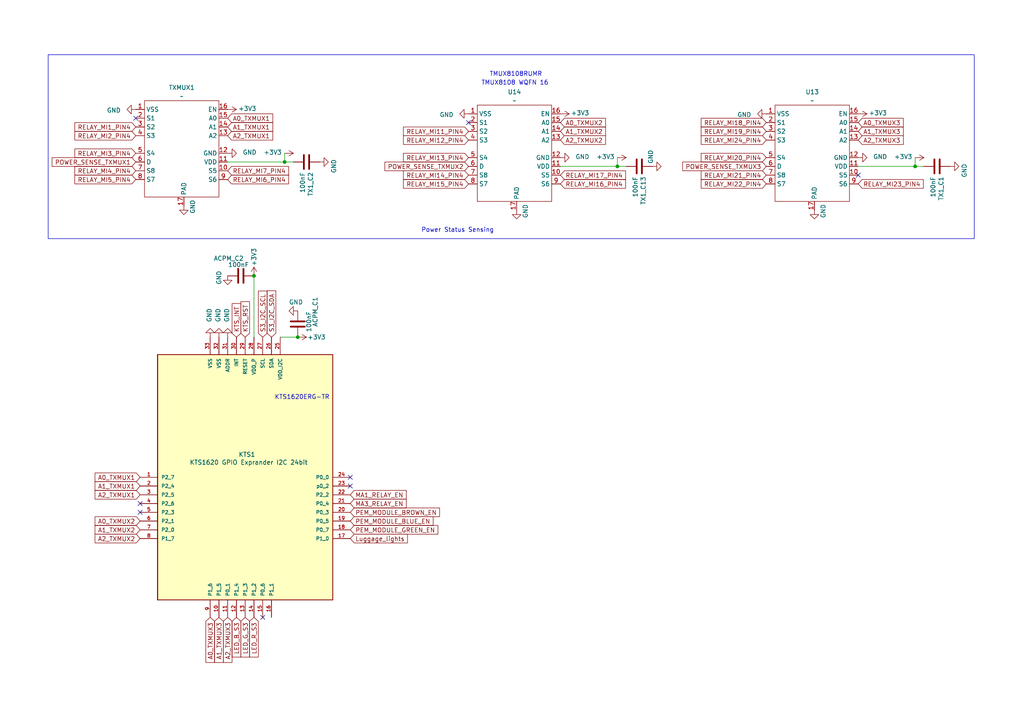
<source format=kicad_sch>
(kicad_sch
	(version 20240819)
	(generator "eeschema")
	(generator_version "8.99")
	(uuid "e28bdcce-75ff-40dd-9e60-9d48cc99b136")
	(paper "A4")
	(lib_symbols
		(symbol "AeonLabs_IC:KTS1620 GPIO Exprander I2C 24bit"
			(pin_names
				(offset 1.016)
			)
			(exclude_from_sim no)
			(in_bom yes)
			(on_board yes)
			(property "Reference" "IC"
				(at 57.15 40.64 0)
				(effects
					(font
						(size 1.27 1.27)
					)
					(justify left bottom)
				)
			)
			(property "Value" "KTS1620 GPIO Exprander I2C 24bit"
				(at 57.15 38.1 0)
				(effects
					(font
						(size 1.27 1.27)
					)
					(justify left bottom)
				)
			)
			(property "Footprint" "AeonLabs_IC:KTS1620 24bit IO Expander QFN32 5x5mm.lib"
				(at 23.114 74.676 0)
				(effects
					(font
						(size 1.27 1.27)
					)
					(justify left bottom)
					(hide yes)
				)
			)
			(property "Datasheet" ""
				(at 0 0 0)
				(effects
					(font
						(size 1.27 1.27)
					)
					(justify left bottom)
					(hide yes)
				)
			)
			(property "Description" "ARM Microcontrollers - MCU CORTEX M0+32K FLASH"
				(at 4.318 60.452 0)
				(effects
					(font
						(size 1.27 1.27)
					)
					(justify left bottom)
					(hide yes)
				)
			)
			(property "MANUFACTURER_PART_NUMBER" "MKL02Z32VFM4"
				(at 33.782 68.326 0)
				(effects
					(font
						(size 1.27 1.27)
					)
					(justify left bottom)
					(hide yes)
				)
			)
			(property "RS_PRICE-STOCK" "http://uk.rs-online.com/web/p/products/7884732"
				(at 4.318 60.452 0)
				(effects
					(font
						(size 1.27 1.27)
					)
					(justify left bottom)
					(hide yes)
				)
			)
			(property "RS_PART_NUMBER" "7884732"
				(at 32.512 80.772 0)
				(effects
					(font
						(size 1.27 1.27)
					)
					(justify left bottom)
					(hide yes)
				)
			)
			(property "MOUSER_PART_NUMBER" "841-MKL02Z32VFM4"
				(at 27.178 72.39 0)
				(effects
					(font
						(size 1.27 1.27)
					)
					(justify left bottom)
					(hide yes)
				)
			)
			(property "MOUSER_PRICE-STOCK" "https://www.mouser.com/Search/Refine.aspx?Keyword=841-MKL02Z32VFM4"
				(at 4.318 60.452 0)
				(effects
					(font
						(size 1.27 1.27)
					)
					(justify left bottom)
					(hide yes)
				)
			)
			(property "HEIGHT" "1mm"
				(at 41.402 76.962 0)
				(effects
					(font
						(size 1.27 1.27)
					)
					(justify left bottom)
					(hide yes)
				)
			)
			(symbol "KTS1620 GPIO Exprander I2C 24bit_0_0"
				(polyline
					(pts
						(xy 5.08 35.56) (xy 5.08 -35.56)
					)
					(stroke
						(width 0.254)
						(type solid)
					)
					(fill
						(type none)
					)
				)
				(rectangle
					(start 5.08 35.56)
					(end 55.88 -35.56)
					(stroke
						(width 0.254)
						(type solid)
					)
					(fill
						(type background)
					)
				)
			)
			(symbol "KTS1620 GPIO Exprander I2C 24bit_1_0"
				(pin bidirectional line
					(at 0 0 0)
					(length 5.08)
					(name "P2_7"
						(effects
							(font
								(size 1.016 1.016)
							)
						)
					)
					(number "1"
						(effects
							(font
								(size 1.016 1.016)
							)
						)
					)
				)
				(pin bidirectional line
					(at 0 -2.54 0)
					(length 5.08)
					(name "P2_4"
						(effects
							(font
								(size 1.016 1.016)
							)
						)
					)
					(number "2"
						(effects
							(font
								(size 1.016 1.016)
							)
						)
					)
				)
				(pin power_in line
					(at 0 -5.08 0)
					(length 5.08)
					(name "P2_5"
						(effects
							(font
								(size 1.016 1.016)
							)
						)
					)
					(number "3"
						(effects
							(font
								(size 1.016 1.016)
							)
						)
					)
				)
				(pin input line
					(at 0 -7.62 0)
					(length 5.08)
					(name "P2_6"
						(effects
							(font
								(size 1.016 1.016)
							)
						)
					)
					(number "4"
						(effects
							(font
								(size 1.016 1.016)
							)
						)
					)
				)
				(pin input line
					(at 0 -10.16 0)
					(length 5.08)
					(name "P2_3"
						(effects
							(font
								(size 1.016 1.016)
							)
						)
					)
					(number "5"
						(effects
							(font
								(size 1.016 1.016)
							)
						)
					)
				)
				(pin power_in line
					(at 0 -12.7 0)
					(length 5.08)
					(name "P2_1"
						(effects
							(font
								(size 1.016 1.016)
							)
						)
					)
					(number "6"
						(effects
							(font
								(size 1.016 1.016)
							)
						)
					)
				)
				(pin bidirectional line
					(at 0 -15.24 0)
					(length 5.08)
					(name "P2_0"
						(effects
							(font
								(size 1.016 1.016)
							)
						)
					)
					(number "7"
						(effects
							(font
								(size 1.016 1.016)
							)
						)
					)
				)
				(pin bidirectional line
					(at 0 -17.78 0)
					(length 5.08)
					(name "P1_7"
						(effects
							(font
								(size 1.016 1.016)
							)
						)
					)
					(number "8"
						(effects
							(font
								(size 1.016 1.016)
							)
						)
					)
				)
				(pin bidirectional line
					(at 20.32 40.64 270)
					(length 5.08)
					(name "VSS"
						(effects
							(font
								(size 1.016 1.016)
							)
						)
					)
					(number "33"
						(effects
							(font
								(size 1.016 1.016)
							)
						)
					)
				)
				(pin bidirectional line
					(at 20.32 -40.64 90)
					(length 5.08)
					(name "P1_6"
						(effects
							(font
								(size 1.016 1.016)
							)
						)
					)
					(number "9"
						(effects
							(font
								(size 1.016 1.016)
							)
						)
					)
				)
				(pin bidirectional line
					(at 22.86 40.64 270)
					(length 5.08)
					(name "VSS"
						(effects
							(font
								(size 1.016 1.016)
							)
						)
					)
					(number "32"
						(effects
							(font
								(size 1.016 1.016)
							)
						)
					)
				)
				(pin bidirectional line
					(at 22.86 -40.64 90)
					(length 5.08)
					(name "P1_5"
						(effects
							(font
								(size 1.016 1.016)
							)
						)
					)
					(number "10"
						(effects
							(font
								(size 1.016 1.016)
							)
						)
					)
				)
				(pin bidirectional line
					(at 25.4 40.64 270)
					(length 5.08)
					(name "ADDR"
						(effects
							(font
								(size 1.016 1.016)
							)
						)
					)
					(number "31"
						(effects
							(font
								(size 1.016 1.016)
							)
						)
					)
				)
				(pin bidirectional line
					(at 25.4 -40.64 90)
					(length 5.08)
					(name "P0_1"
						(effects
							(font
								(size 1.016 1.016)
							)
						)
					)
					(number "11"
						(effects
							(font
								(size 1.016 1.016)
							)
						)
					)
				)
				(pin bidirectional line
					(at 27.94 40.64 270)
					(length 5.08)
					(name "INT"
						(effects
							(font
								(size 1.016 1.016)
							)
						)
					)
					(number "30"
						(effects
							(font
								(size 1.016 1.016)
							)
						)
					)
				)
				(pin bidirectional line
					(at 27.94 -40.64 90)
					(length 5.08)
					(name "P1_4"
						(effects
							(font
								(size 1.016 1.016)
							)
						)
					)
					(number "12"
						(effects
							(font
								(size 1.016 1.016)
							)
						)
					)
				)
				(pin bidirectional line
					(at 30.48 40.64 270)
					(length 5.08)
					(name "RESET"
						(effects
							(font
								(size 1.016 1.016)
							)
						)
					)
					(number "29"
						(effects
							(font
								(size 1.016 1.016)
							)
						)
					)
				)
				(pin bidirectional line
					(at 30.48 -40.64 90)
					(length 5.08)
					(name "P1_3"
						(effects
							(font
								(size 1.016 1.016)
							)
						)
					)
					(number "13"
						(effects
							(font
								(size 1.016 1.016)
							)
						)
					)
				)
				(pin bidirectional line
					(at 33.02 40.64 270)
					(length 5.08)
					(name "VDD_P"
						(effects
							(font
								(size 1.016 1.016)
							)
						)
					)
					(number "28"
						(effects
							(font
								(size 1.016 1.016)
							)
						)
					)
				)
				(pin bidirectional line
					(at 33.02 -40.64 90)
					(length 5.08)
					(name "P1_2"
						(effects
							(font
								(size 1.016 1.016)
							)
						)
					)
					(number "14"
						(effects
							(font
								(size 1.016 1.016)
							)
						)
					)
				)
				(pin bidirectional line
					(at 35.56 40.64 270)
					(length 5.08)
					(name "SCL"
						(effects
							(font
								(size 1.016 1.016)
							)
						)
					)
					(number "27"
						(effects
							(font
								(size 1.016 1.016)
							)
						)
					)
				)
				(pin bidirectional line
					(at 35.56 -40.64 90)
					(length 5.08)
					(name "P0_6"
						(effects
							(font
								(size 1.016 1.016)
							)
						)
					)
					(number "15"
						(effects
							(font
								(size 1.016 1.016)
							)
						)
					)
				)
				(pin bidirectional line
					(at 38.1 40.64 270)
					(length 5.08)
					(name "SDA"
						(effects
							(font
								(size 1.016 1.016)
							)
						)
					)
					(number "26"
						(effects
							(font
								(size 1.016 1.016)
							)
						)
					)
				)
				(pin bidirectional line
					(at 38.1 -40.64 90)
					(length 5.08)
					(name "P1_1"
						(effects
							(font
								(size 1.016 1.016)
							)
						)
					)
					(number "16"
						(effects
							(font
								(size 1.016 1.016)
							)
						)
					)
				)
				(pin bidirectional line
					(at 40.64 40.64 270)
					(length 5.08)
					(name "VDD_I2C"
						(effects
							(font
								(size 1.016 1.016)
							)
						)
					)
					(number "25"
						(effects
							(font
								(size 1.016 1.016)
							)
						)
					)
				)
				(pin bidirectional line
					(at 60.96 0 180)
					(length 5.08)
					(name "P0_0"
						(effects
							(font
								(size 1.016 1.016)
							)
						)
					)
					(number "24"
						(effects
							(font
								(size 1.016 1.016)
							)
						)
					)
				)
				(pin bidirectional line
					(at 60.96 -2.54 180)
					(length 5.08)
					(name "p0_2"
						(effects
							(font
								(size 1.016 1.016)
							)
						)
					)
					(number "23"
						(effects
							(font
								(size 1.016 1.016)
							)
						)
					)
				)
				(pin bidirectional line
					(at 60.96 -5.08 180)
					(length 5.08)
					(name "P2_2"
						(effects
							(font
								(size 1.016 1.016)
							)
						)
					)
					(number "22"
						(effects
							(font
								(size 1.016 1.016)
							)
						)
					)
				)
				(pin bidirectional line
					(at 60.96 -7.62 180)
					(length 5.08)
					(name "P0_4"
						(effects
							(font
								(size 1.016 1.016)
							)
						)
					)
					(number "21"
						(effects
							(font
								(size 1.016 1.016)
							)
						)
					)
				)
				(pin bidirectional line
					(at 60.96 -10.16 180)
					(length 5.08)
					(name "P0_3"
						(effects
							(font
								(size 1.016 1.016)
							)
						)
					)
					(number "20"
						(effects
							(font
								(size 1.016 1.016)
							)
						)
					)
				)
				(pin bidirectional line
					(at 60.96 -12.7 180)
					(length 5.08)
					(name "P0_5"
						(effects
							(font
								(size 1.016 1.016)
							)
						)
					)
					(number "19"
						(effects
							(font
								(size 1.016 1.016)
							)
						)
					)
				)
				(pin bidirectional line
					(at 60.96 -15.24 180)
					(length 5.08)
					(name "P0_7"
						(effects
							(font
								(size 1.016 1.016)
							)
						)
					)
					(number "18"
						(effects
							(font
								(size 1.016 1.016)
							)
						)
					)
				)
				(pin bidirectional line
					(at 60.96 -17.78 180)
					(length 5.08)
					(name "P1_0"
						(effects
							(font
								(size 1.016 1.016)
							)
						)
					)
					(number "17"
						(effects
							(font
								(size 1.016 1.016)
							)
						)
					)
				)
			)
			(embedded_fonts no)
		)
		(symbol "AeonLabs_IC:TMUX8108_QFN_16"
			(exclude_from_sim no)
			(in_bom yes)
			(on_board yes)
			(property "Reference" "U"
				(at 0 0 0)
				(effects
					(font
						(size 1.27 1.27)
					)
				)
			)
			(property "Value" ""
				(at 0 0 0)
				(effects
					(font
						(size 1.27 1.27)
					)
				)
			)
			(property "Footprint" "AeonLabs_IC:TMUX8108 WQFN 16"
				(at 0 0 0)
				(effects
					(font
						(size 1.27 1.27)
					)
					(hide yes)
				)
			)
			(property "Datasheet" ""
				(at 0 0 0)
				(effects
					(font
						(size 1.27 1.27)
					)
					(hide yes)
				)
			)
			(property "Description" ""
				(at 0 0 0)
				(effects
					(font
						(size 1.27 1.27)
					)
					(hide yes)
				)
			)
			(symbol "TMUX8108_QFN_16_0_1"
				(rectangle
					(start 0 -3.81)
					(end 21.59 -31.75)
					(stroke
						(width 0)
						(type default)
					)
					(fill
						(type none)
					)
				)
			)
			(symbol "TMUX8108_QFN_16_1_1"
				(pin input line
					(at -2.54 -6.35 0)
					(length 2.54)
					(name "VSS"
						(effects
							(font
								(size 1.27 1.27)
							)
						)
					)
					(number "1"
						(effects
							(font
								(size 1.27 1.27)
							)
						)
					)
				)
				(pin input line
					(at -2.54 -8.89 0)
					(length 2.54)
					(name "S1"
						(effects
							(font
								(size 1.27 1.27)
							)
						)
					)
					(number "2"
						(effects
							(font
								(size 1.27 1.27)
							)
						)
					)
				)
				(pin input line
					(at -2.54 -11.43 0)
					(length 2.54)
					(name "S2"
						(effects
							(font
								(size 1.27 1.27)
							)
						)
					)
					(number "3"
						(effects
							(font
								(size 1.27 1.27)
							)
						)
					)
				)
				(pin input line
					(at -2.54 -13.97 0)
					(length 2.54)
					(name "S3"
						(effects
							(font
								(size 1.27 1.27)
							)
						)
					)
					(number "4"
						(effects
							(font
								(size 1.27 1.27)
							)
						)
					)
				)
				(pin input line
					(at -2.54 -19.05 0)
					(length 2.54)
					(name "S4"
						(effects
							(font
								(size 1.27 1.27)
							)
						)
					)
					(number "5"
						(effects
							(font
								(size 1.27 1.27)
							)
						)
					)
				)
				(pin input line
					(at -2.54 -21.59 0)
					(length 2.54)
					(name "D"
						(effects
							(font
								(size 1.27 1.27)
							)
						)
					)
					(number "6"
						(effects
							(font
								(size 1.27 1.27)
							)
						)
					)
				)
				(pin input line
					(at -2.54 -24.13 0)
					(length 2.54)
					(name "S8"
						(effects
							(font
								(size 1.27 1.27)
							)
						)
					)
					(number "7"
						(effects
							(font
								(size 1.27 1.27)
							)
						)
					)
				)
				(pin input line
					(at -2.54 -26.67 0)
					(length 2.54)
					(name "S7"
						(effects
							(font
								(size 1.27 1.27)
							)
						)
					)
					(number "8"
						(effects
							(font
								(size 1.27 1.27)
							)
						)
					)
				)
				(pin input line
					(at 11.43 -34.29 90)
					(length 2.54)
					(name "PAD"
						(effects
							(font
								(size 1.27 1.27)
							)
						)
					)
					(number "17"
						(effects
							(font
								(size 1.27 1.27)
							)
						)
					)
				)
				(pin input line
					(at 24.13 -6.35 180)
					(length 2.54)
					(name "EN"
						(effects
							(font
								(size 1.27 1.27)
							)
						)
					)
					(number "16"
						(effects
							(font
								(size 1.27 1.27)
							)
						)
					)
				)
				(pin input line
					(at 24.13 -8.89 180)
					(length 2.54)
					(name "A0"
						(effects
							(font
								(size 1.27 1.27)
							)
						)
					)
					(number "15"
						(effects
							(font
								(size 1.27 1.27)
							)
						)
					)
				)
				(pin input line
					(at 24.13 -11.43 180)
					(length 2.54)
					(name "A1"
						(effects
							(font
								(size 1.27 1.27)
							)
						)
					)
					(number "14"
						(effects
							(font
								(size 1.27 1.27)
							)
						)
					)
				)
				(pin input line
					(at 24.13 -13.97 180)
					(length 2.54)
					(name "A2"
						(effects
							(font
								(size 1.27 1.27)
							)
						)
					)
					(number "13"
						(effects
							(font
								(size 1.27 1.27)
							)
						)
					)
				)
				(pin input line
					(at 24.13 -19.05 180)
					(length 2.54)
					(name "GND"
						(effects
							(font
								(size 1.27 1.27)
							)
						)
					)
					(number "12"
						(effects
							(font
								(size 1.27 1.27)
							)
						)
					)
				)
				(pin input line
					(at 24.13 -21.59 180)
					(length 2.54)
					(name "VDD"
						(effects
							(font
								(size 1.27 1.27)
							)
						)
					)
					(number "11"
						(effects
							(font
								(size 1.27 1.27)
							)
						)
					)
				)
				(pin input line
					(at 24.13 -24.13 180)
					(length 2.54)
					(name "S5"
						(effects
							(font
								(size 1.27 1.27)
							)
						)
					)
					(number "10"
						(effects
							(font
								(size 1.27 1.27)
							)
						)
					)
				)
				(pin input line
					(at 24.13 -26.67 180)
					(length 2.54)
					(name "S6"
						(effects
							(font
								(size 1.27 1.27)
							)
						)
					)
					(number "9"
						(effects
							(font
								(size 1.27 1.27)
							)
						)
					)
				)
			)
			(embedded_fonts no)
		)
		(symbol "Device:C"
			(pin_numbers hide)
			(pin_names
				(offset 0.254)
			)
			(exclude_from_sim no)
			(in_bom yes)
			(on_board yes)
			(property "Reference" "C"
				(at 0.635 2.54 0)
				(effects
					(font
						(size 1.27 1.27)
					)
					(justify left)
				)
			)
			(property "Value" "C"
				(at 0.635 -2.54 0)
				(effects
					(font
						(size 1.27 1.27)
					)
					(justify left)
				)
			)
			(property "Footprint" ""
				(at 0.9652 -3.81 0)
				(effects
					(font
						(size 1.27 1.27)
					)
					(hide yes)
				)
			)
			(property "Datasheet" "~"
				(at 0 0 0)
				(effects
					(font
						(size 1.27 1.27)
					)
					(hide yes)
				)
			)
			(property "Description" "Unpolarized capacitor"
				(at 0 0 0)
				(effects
					(font
						(size 1.27 1.27)
					)
					(hide yes)
				)
			)
			(property "ki_keywords" "cap capacitor"
				(at 0 0 0)
				(effects
					(font
						(size 1.27 1.27)
					)
					(hide yes)
				)
			)
			(property "ki_fp_filters" "C_*"
				(at 0 0 0)
				(effects
					(font
						(size 1.27 1.27)
					)
					(hide yes)
				)
			)
			(symbol "C_0_1"
				(polyline
					(pts
						(xy -2.032 0.762) (xy 2.032 0.762)
					)
					(stroke
						(width 0.508)
						(type default)
					)
					(fill
						(type none)
					)
				)
				(polyline
					(pts
						(xy -2.032 -0.762) (xy 2.032 -0.762)
					)
					(stroke
						(width 0.508)
						(type default)
					)
					(fill
						(type none)
					)
				)
			)
			(symbol "C_1_1"
				(pin passive line
					(at 0 3.81 270)
					(length 2.794)
					(name "~"
						(effects
							(font
								(size 1.27 1.27)
							)
						)
					)
					(number "1"
						(effects
							(font
								(size 1.27 1.27)
							)
						)
					)
				)
				(pin passive line
					(at 0 -3.81 90)
					(length 2.794)
					(name "~"
						(effects
							(font
								(size 1.27 1.27)
							)
						)
					)
					(number "2"
						(effects
							(font
								(size 1.27 1.27)
							)
						)
					)
				)
			)
			(embedded_fonts no)
		)
		(symbol "TMUX8108_QFN_16_1"
			(exclude_from_sim no)
			(in_bom yes)
			(on_board yes)
			(property "Reference" "U"
				(at 0 0 0)
				(effects
					(font
						(size 1.27 1.27)
					)
				)
			)
			(property "Value" ""
				(at 0 0 0)
				(effects
					(font
						(size 1.27 1.27)
					)
				)
			)
			(property "Footprint" "AeonLabs_IC:TMUX8108 WQFN 16"
				(at 0 0 0)
				(effects
					(font
						(size 1.27 1.27)
					)
					(hide yes)
				)
			)
			(property "Datasheet" ""
				(at 0 0 0)
				(effects
					(font
						(size 1.27 1.27)
					)
					(hide yes)
				)
			)
			(property "Description" ""
				(at 0 0 0)
				(effects
					(font
						(size 1.27 1.27)
					)
					(hide yes)
				)
			)
			(symbol "TMUX8108_QFN_16_1_0_1"
				(rectangle
					(start 0 -3.81)
					(end 21.59 -31.75)
					(stroke
						(width 0)
						(type default)
					)
					(fill
						(type none)
					)
				)
			)
			(symbol "TMUX8108_QFN_16_1_1_1"
				(pin input line
					(at -2.54 -6.35 0)
					(length 2.54)
					(name "VSS"
						(effects
							(font
								(size 1.27 1.27)
							)
						)
					)
					(number "1"
						(effects
							(font
								(size 1.27 1.27)
							)
						)
					)
				)
				(pin input line
					(at -2.54 -8.89 0)
					(length 2.54)
					(name "S1"
						(effects
							(font
								(size 1.27 1.27)
							)
						)
					)
					(number "2"
						(effects
							(font
								(size 1.27 1.27)
							)
						)
					)
				)
				(pin input line
					(at -2.54 -11.43 0)
					(length 2.54)
					(name "S2"
						(effects
							(font
								(size 1.27 1.27)
							)
						)
					)
					(number "3"
						(effects
							(font
								(size 1.27 1.27)
							)
						)
					)
				)
				(pin input line
					(at -2.54 -13.97 0)
					(length 2.54)
					(name "S3"
						(effects
							(font
								(size 1.27 1.27)
							)
						)
					)
					(number "4"
						(effects
							(font
								(size 1.27 1.27)
							)
						)
					)
				)
				(pin input line
					(at -2.54 -19.05 0)
					(length 2.54)
					(name "S4"
						(effects
							(font
								(size 1.27 1.27)
							)
						)
					)
					(number "5"
						(effects
							(font
								(size 1.27 1.27)
							)
						)
					)
				)
				(pin input line
					(at -2.54 -21.59 0)
					(length 2.54)
					(name "D"
						(effects
							(font
								(size 1.27 1.27)
							)
						)
					)
					(number "6"
						(effects
							(font
								(size 1.27 1.27)
							)
						)
					)
				)
				(pin input line
					(at -2.54 -24.13 0)
					(length 2.54)
					(name "S8"
						(effects
							(font
								(size 1.27 1.27)
							)
						)
					)
					(number "7"
						(effects
							(font
								(size 1.27 1.27)
							)
						)
					)
				)
				(pin input line
					(at -2.54 -26.67 0)
					(length 2.54)
					(name "S7"
						(effects
							(font
								(size 1.27 1.27)
							)
						)
					)
					(number "8"
						(effects
							(font
								(size 1.27 1.27)
							)
						)
					)
				)
				(pin input line
					(at 11.43 -34.29 90)
					(length 2.54)
					(name "PAD"
						(effects
							(font
								(size 1.27 1.27)
							)
						)
					)
					(number "17"
						(effects
							(font
								(size 1.27 1.27)
							)
						)
					)
				)
				(pin input line
					(at 24.13 -6.35 180)
					(length 2.54)
					(name "EN"
						(effects
							(font
								(size 1.27 1.27)
							)
						)
					)
					(number "16"
						(effects
							(font
								(size 1.27 1.27)
							)
						)
					)
				)
				(pin input line
					(at 24.13 -8.89 180)
					(length 2.54)
					(name "A0"
						(effects
							(font
								(size 1.27 1.27)
							)
						)
					)
					(number "15"
						(effects
							(font
								(size 1.27 1.27)
							)
						)
					)
				)
				(pin input line
					(at 24.13 -11.43 180)
					(length 2.54)
					(name "A1"
						(effects
							(font
								(size 1.27 1.27)
							)
						)
					)
					(number "14"
						(effects
							(font
								(size 1.27 1.27)
							)
						)
					)
				)
				(pin input line
					(at 24.13 -13.97 180)
					(length 2.54)
					(name "A2"
						(effects
							(font
								(size 1.27 1.27)
							)
						)
					)
					(number "13"
						(effects
							(font
								(size 1.27 1.27)
							)
						)
					)
				)
				(pin input line
					(at 24.13 -19.05 180)
					(length 2.54)
					(name "GND"
						(effects
							(font
								(size 1.27 1.27)
							)
						)
					)
					(number "12"
						(effects
							(font
								(size 1.27 1.27)
							)
						)
					)
				)
				(pin input line
					(at 24.13 -21.59 180)
					(length 2.54)
					(name "VDD"
						(effects
							(font
								(size 1.27 1.27)
							)
						)
					)
					(number "11"
						(effects
							(font
								(size 1.27 1.27)
							)
						)
					)
				)
				(pin input line
					(at 24.13 -24.13 180)
					(length 2.54)
					(name "S5"
						(effects
							(font
								(size 1.27 1.27)
							)
						)
					)
					(number "10"
						(effects
							(font
								(size 1.27 1.27)
							)
						)
					)
				)
				(pin input line
					(at 24.13 -26.67 180)
					(length 2.54)
					(name "S6"
						(effects
							(font
								(size 1.27 1.27)
							)
						)
					)
					(number "9"
						(effects
							(font
								(size 1.27 1.27)
							)
						)
					)
				)
			)
			(embedded_fonts no)
		)
		(symbol "TMUX8108_QFN_16_2"
			(exclude_from_sim no)
			(in_bom yes)
			(on_board yes)
			(property "Reference" "U"
				(at 0 0 0)
				(effects
					(font
						(size 1.27 1.27)
					)
				)
			)
			(property "Value" ""
				(at 0 0 0)
				(effects
					(font
						(size 1.27 1.27)
					)
				)
			)
			(property "Footprint" "AeonLabs_IC:TMUX8108 WQFN 16"
				(at 0 0 0)
				(effects
					(font
						(size 1.27 1.27)
					)
					(hide yes)
				)
			)
			(property "Datasheet" ""
				(at 0 0 0)
				(effects
					(font
						(size 1.27 1.27)
					)
					(hide yes)
				)
			)
			(property "Description" ""
				(at 0 0 0)
				(effects
					(font
						(size 1.27 1.27)
					)
					(hide yes)
				)
			)
			(symbol "TMUX8108_QFN_16_2_0_1"
				(rectangle
					(start 0 -3.81)
					(end 21.59 -31.75)
					(stroke
						(width 0)
						(type default)
					)
					(fill
						(type none)
					)
				)
			)
			(symbol "TMUX8108_QFN_16_2_1_1"
				(pin input line
					(at -2.54 -6.35 0)
					(length 2.54)
					(name "VSS"
						(effects
							(font
								(size 1.27 1.27)
							)
						)
					)
					(number "1"
						(effects
							(font
								(size 1.27 1.27)
							)
						)
					)
				)
				(pin input line
					(at -2.54 -8.89 0)
					(length 2.54)
					(name "S1"
						(effects
							(font
								(size 1.27 1.27)
							)
						)
					)
					(number "2"
						(effects
							(font
								(size 1.27 1.27)
							)
						)
					)
				)
				(pin input line
					(at -2.54 -11.43 0)
					(length 2.54)
					(name "S2"
						(effects
							(font
								(size 1.27 1.27)
							)
						)
					)
					(number "3"
						(effects
							(font
								(size 1.27 1.27)
							)
						)
					)
				)
				(pin input line
					(at -2.54 -13.97 0)
					(length 2.54)
					(name "S3"
						(effects
							(font
								(size 1.27 1.27)
							)
						)
					)
					(number "4"
						(effects
							(font
								(size 1.27 1.27)
							)
						)
					)
				)
				(pin input line
					(at -2.54 -19.05 0)
					(length 2.54)
					(name "S4"
						(effects
							(font
								(size 1.27 1.27)
							)
						)
					)
					(number "5"
						(effects
							(font
								(size 1.27 1.27)
							)
						)
					)
				)
				(pin input line
					(at -2.54 -21.59 0)
					(length 2.54)
					(name "D"
						(effects
							(font
								(size 1.27 1.27)
							)
						)
					)
					(number "6"
						(effects
							(font
								(size 1.27 1.27)
							)
						)
					)
				)
				(pin input line
					(at -2.54 -24.13 0)
					(length 2.54)
					(name "S8"
						(effects
							(font
								(size 1.27 1.27)
							)
						)
					)
					(number "7"
						(effects
							(font
								(size 1.27 1.27)
							)
						)
					)
				)
				(pin input line
					(at -2.54 -26.67 0)
					(length 2.54)
					(name "S7"
						(effects
							(font
								(size 1.27 1.27)
							)
						)
					)
					(number "8"
						(effects
							(font
								(size 1.27 1.27)
							)
						)
					)
				)
				(pin input line
					(at 11.43 -34.29 90)
					(length 2.54)
					(name "PAD"
						(effects
							(font
								(size 1.27 1.27)
							)
						)
					)
					(number "17"
						(effects
							(font
								(size 1.27 1.27)
							)
						)
					)
				)
				(pin input line
					(at 24.13 -6.35 180)
					(length 2.54)
					(name "EN"
						(effects
							(font
								(size 1.27 1.27)
							)
						)
					)
					(number "16"
						(effects
							(font
								(size 1.27 1.27)
							)
						)
					)
				)
				(pin input line
					(at 24.13 -8.89 180)
					(length 2.54)
					(name "A0"
						(effects
							(font
								(size 1.27 1.27)
							)
						)
					)
					(number "15"
						(effects
							(font
								(size 1.27 1.27)
							)
						)
					)
				)
				(pin input line
					(at 24.13 -11.43 180)
					(length 2.54)
					(name "A1"
						(effects
							(font
								(size 1.27 1.27)
							)
						)
					)
					(number "14"
						(effects
							(font
								(size 1.27 1.27)
							)
						)
					)
				)
				(pin input line
					(at 24.13 -13.97 180)
					(length 2.54)
					(name "A2"
						(effects
							(font
								(size 1.27 1.27)
							)
						)
					)
					(number "13"
						(effects
							(font
								(size 1.27 1.27)
							)
						)
					)
				)
				(pin input line
					(at 24.13 -19.05 180)
					(length 2.54)
					(name "GND"
						(effects
							(font
								(size 1.27 1.27)
							)
						)
					)
					(number "12"
						(effects
							(font
								(size 1.27 1.27)
							)
						)
					)
				)
				(pin input line
					(at 24.13 -21.59 180)
					(length 2.54)
					(name "VDD"
						(effects
							(font
								(size 1.27 1.27)
							)
						)
					)
					(number "11"
						(effects
							(font
								(size 1.27 1.27)
							)
						)
					)
				)
				(pin input line
					(at 24.13 -24.13 180)
					(length 2.54)
					(name "S5"
						(effects
							(font
								(size 1.27 1.27)
							)
						)
					)
					(number "10"
						(effects
							(font
								(size 1.27 1.27)
							)
						)
					)
				)
				(pin input line
					(at 24.13 -26.67 180)
					(length 2.54)
					(name "S6"
						(effects
							(font
								(size 1.27 1.27)
							)
						)
					)
					(number "9"
						(effects
							(font
								(size 1.27 1.27)
							)
						)
					)
				)
			)
			(embedded_fonts no)
		)
		(symbol "power:+3V3"
			(power)
			(pin_names
				(offset 0)
			)
			(exclude_from_sim no)
			(in_bom yes)
			(on_board yes)
			(property "Reference" "#PWR"
				(at 0 -3.81 0)
				(effects
					(font
						(size 1.27 1.27)
					)
					(hide yes)
				)
			)
			(property "Value" "+3V3"
				(at 0 3.556 0)
				(effects
					(font
						(size 1.27 1.27)
					)
				)
			)
			(property "Footprint" ""
				(at 0 0 0)
				(effects
					(font
						(size 1.27 1.27)
					)
					(hide yes)
				)
			)
			(property "Datasheet" ""
				(at 0 0 0)
				(effects
					(font
						(size 1.27 1.27)
					)
					(hide yes)
				)
			)
			(property "Description" "Power symbol creates a global label with name \"+3V3\""
				(at 0 0 0)
				(effects
					(font
						(size 1.27 1.27)
					)
					(hide yes)
				)
			)
			(property "ki_keywords" "global power"
				(at 0 0 0)
				(effects
					(font
						(size 1.27 1.27)
					)
					(hide yes)
				)
			)
			(symbol "+3V3_0_1"
				(polyline
					(pts
						(xy -0.762 1.27) (xy 0 2.54)
					)
					(stroke
						(width 0)
						(type default)
					)
					(fill
						(type none)
					)
				)
				(polyline
					(pts
						(xy 0 2.54) (xy 0.762 1.27)
					)
					(stroke
						(width 0)
						(type default)
					)
					(fill
						(type none)
					)
				)
				(polyline
					(pts
						(xy 0 0) (xy 0 2.54)
					)
					(stroke
						(width 0)
						(type default)
					)
					(fill
						(type none)
					)
				)
			)
			(symbol "+3V3_1_1"
				(pin power_in line
					(at 0 0 90)
					(length 0) hide
					(name "+3V3"
						(effects
							(font
								(size 1.27 1.27)
							)
						)
					)
					(number "1"
						(effects
							(font
								(size 1.27 1.27)
							)
						)
					)
				)
			)
			(embedded_fonts no)
		)
		(symbol "power:GND"
			(power)
			(pin_names
				(offset 0)
			)
			(exclude_from_sim no)
			(in_bom yes)
			(on_board yes)
			(property "Reference" "#PWR"
				(at 0 -6.35 0)
				(effects
					(font
						(size 1.27 1.27)
					)
					(hide yes)
				)
			)
			(property "Value" "GND"
				(at 0 -3.81 0)
				(effects
					(font
						(size 1.27 1.27)
					)
				)
			)
			(property "Footprint" ""
				(at 0 0 0)
				(effects
					(font
						(size 1.27 1.27)
					)
					(hide yes)
				)
			)
			(property "Datasheet" ""
				(at 0 0 0)
				(effects
					(font
						(size 1.27 1.27)
					)
					(hide yes)
				)
			)
			(property "Description" "Power symbol creates a global label with name \"GND\" , ground"
				(at 0 0 0)
				(effects
					(font
						(size 1.27 1.27)
					)
					(hide yes)
				)
			)
			(property "ki_keywords" "global power"
				(at 0 0 0)
				(effects
					(font
						(size 1.27 1.27)
					)
					(hide yes)
				)
			)
			(symbol "GND_0_1"
				(polyline
					(pts
						(xy 0 0) (xy 0 -1.27) (xy 1.27 -1.27) (xy 0 -2.54) (xy -1.27 -1.27) (xy 0 -1.27)
					)
					(stroke
						(width 0)
						(type default)
					)
					(fill
						(type none)
					)
				)
			)
			(symbol "GND_1_1"
				(pin power_in line
					(at 0 0 270)
					(length 0) hide
					(name "GND"
						(effects
							(font
								(size 1.27 1.27)
							)
						)
					)
					(number "1"
						(effects
							(font
								(size 1.27 1.27)
							)
						)
					)
				)
			)
			(embedded_fonts no)
		)
	)
	(rectangle
		(start 13.97 15.875)
		(end 282.575 69.215)
		(stroke
			(width 0)
			(type default)
		)
		(fill
			(type none)
		)
		(uuid 4a863241-f66b-4fcb-89e9-4cd9cb52d846)
	)
	(text "TMUX8108 WQFN 16"
		(exclude_from_sim no)
		(at 149.352 24.13 0)
		(effects
			(font
				(size 1.27 1.27)
			)
		)
		(uuid "15147073-817a-4160-863e-eaea379eada1")
	)
	(text "TMUX8108RUMR"
		(exclude_from_sim no)
		(at 149.606 21.59 0)
		(effects
			(font
				(size 1.27 1.27)
			)
		)
		(uuid "8ca01f83-9315-47c3-aab7-c959449cf133")
	)
	(text "KTS1620ERG-TR"
		(exclude_from_sim no)
		(at 87.63 115.316 0)
		(effects
			(font
				(size 1.27 1.27)
			)
		)
		(uuid "97fbdc4f-6323-4600-8dd2-42aeffb0e675")
	)
	(text "Power Status Sensing"
		(exclude_from_sim no)
		(at 122.174 67.564 0)
		(effects
			(font
				(size 1.27 1.27)
			)
			(justify left bottom)
		)
		(uuid "f425ce18-cc26-44d9-88f7-aeeb5ac0b768")
	)
	(junction
		(at 179.07 48.26)
		(diameter 0)
		(color 0 0 0 0)
		(uuid "706ef236-aa2a-4f0b-9f85-015b0c318088")
	)
	(junction
		(at 73.66 80.01)
		(diameter 0)
		(color 0 0 0 0)
		(uuid "a549d11a-b5fb-47a7-8e68-ab3a06176674")
	)
	(junction
		(at 265.43 48.26)
		(diameter 0)
		(color 0 0 0 0)
		(uuid "ade60d24-2ae6-45b7-9c62-da49bd34c2fb")
	)
	(junction
		(at 86.36 97.79)
		(diameter 0)
		(color 0 0 0 0)
		(uuid "ccb2bcce-bad1-45f0-9f85-849ff9f0488a")
	)
	(junction
		(at 82.55 46.99)
		(diameter 0)
		(color 0 0 0 0)
		(uuid "f28debe5-8a27-4787-9d4a-e90864348b6e")
	)
	(no_connect
		(at 101.6 138.43)
		(uuid "10886caa-f9e4-404c-a7ec-12f569efea69")
	)
	(no_connect
		(at 101.6 140.97)
		(uuid "8357563b-bed7-4716-a425-81fb2b2cb8f3")
	)
	(no_connect
		(at 76.2 179.07)
		(uuid "88f35493-2bb0-40a5-952c-dc9f07bf8868")
	)
	(no_connect
		(at 135.89 35.56)
		(uuid "ab4e5d3d-1e87-4b01-ae29-1512c588a5b3")
	)
	(no_connect
		(at 40.64 146.05)
		(uuid "bd6b16ef-c2d5-43fa-b7c2-4bc90e6f0461")
	)
	(no_connect
		(at 39.37 34.29)
		(uuid "da5888d1-34dc-4a67-ad4a-1185b05703d8")
	)
	(no_connect
		(at 40.64 148.59)
		(uuid "e347dcfa-a721-4eab-a54f-d7c0e6615527")
	)
	(no_connect
		(at 248.92 50.8)
		(uuid "ffc8db9c-40de-4973-98da-a5e611ed5c8d")
	)
	(wire
		(pts
			(xy 66.04 46.99) (xy 82.55 46.99)
		)
		(stroke
			(width 0)
			(type default)
		)
		(uuid "0517ab92-d0eb-429f-8609-eb0258ed03b9")
	)
	(wire
		(pts
			(xy 162.56 48.26) (xy 179.07 48.26)
		)
		(stroke
			(width 0)
			(type default)
		)
		(uuid "05fbe4fe-810c-4d43-8d50-731950504be0")
	)
	(wire
		(pts
			(xy 85.09 46.99) (xy 82.55 46.99)
		)
		(stroke
			(width 0)
			(type default)
		)
		(uuid "56e46de1-11bd-45af-b7fd-fdd028e1549d")
	)
	(wire
		(pts
			(xy 267.97 48.26) (xy 265.43 48.26)
		)
		(stroke
			(width 0)
			(type default)
		)
		(uuid "893550c1-56c3-4745-8e25-5956b197d3ba")
	)
	(wire
		(pts
			(xy 82.55 46.99) (xy 82.55 44.45)
		)
		(stroke
			(width 0)
			(type default)
		)
		(uuid "89dca13f-210c-417f-a6ba-82f78cbd1ab5")
	)
	(wire
		(pts
			(xy 86.36 97.79) (xy 81.28 97.79)
		)
		(stroke
			(width 0)
			(type default)
		)
		(uuid "91173f6f-f495-4a6b-8e70-9b0e3ac322e1")
	)
	(wire
		(pts
			(xy 265.43 48.26) (xy 265.43 45.72)
		)
		(stroke
			(width 0)
			(type default)
		)
		(uuid "ae291491-98a6-460f-9062-5cdcb7349df6")
	)
	(wire
		(pts
			(xy 73.66 80.01) (xy 73.66 97.79)
		)
		(stroke
			(width 0)
			(type default)
		)
		(uuid "aedc93cf-beaf-43ab-9bc9-2b55768aab77")
	)
	(wire
		(pts
			(xy 248.92 48.26) (xy 265.43 48.26)
		)
		(stroke
			(width 0)
			(type default)
		)
		(uuid "be46249e-992b-4b58-a98b-e3312674057c")
	)
	(wire
		(pts
			(xy 181.61 48.26) (xy 179.07 48.26)
		)
		(stroke
			(width 0)
			(type default)
		)
		(uuid "c5ac110a-80d6-4de3-a805-0b4d14b369dc")
	)
	(wire
		(pts
			(xy 179.07 48.26) (xy 179.07 45.72)
		)
		(stroke
			(width 0)
			(type default)
		)
		(uuid "e6725e79-9288-46bb-8ad2-f3ef3b5b2c5d")
	)
	(global_label "A2_TXMUX2"
		(shape input)
		(at 162.56 40.64 0)
		(fields_autoplaced yes)
		(effects
			(font
				(size 1.27 1.27)
			)
			(justify left)
		)
		(uuid "04897fb5-7963-4b06-a50d-6b7fa767fe8e")
		(property "Intersheetrefs" "${INTERSHEET_REFS}"
			(at 176.1889 40.64 0)
			(effects
				(font
					(size 1.27 1.27)
				)
				(justify left)
				(hide yes)
			)
		)
	)
	(global_label "A0_TXMUX3"
		(shape input)
		(at 248.92 35.56 0)
		(fields_autoplaced yes)
		(effects
			(font
				(size 1.27 1.27)
			)
			(justify left)
		)
		(uuid "11021c6d-1dd1-4b95-bcbf-934564a66fc7")
		(property "Intersheetrefs" "${INTERSHEET_REFS}"
			(at 262.5489 35.56 0)
			(effects
				(font
					(size 1.27 1.27)
				)
				(justify left)
				(hide yes)
			)
		)
	)
	(global_label "RELAY_MI22_PIN4"
		(shape input)
		(at 222.25 53.34 180)
		(fields_autoplaced yes)
		(effects
			(font
				(size 1.27 1.27)
			)
			(justify right)
		)
		(uuid "11f540aa-3684-4c48-8ba7-31faea2b033f")
		(property "Intersheetrefs" "${INTERSHEET_REFS}"
			(at 202.8153 53.34 0)
			(effects
				(font
					(size 1.27 1.27)
				)
				(justify right)
				(hide yes)
			)
		)
	)
	(global_label "KTS_RST"
		(shape input)
		(at 71.12 97.79 90)
		(fields_autoplaced yes)
		(effects
			(font
				(size 1.27 1.27)
			)
			(justify left)
		)
		(uuid "147b853f-e331-44c8-b431-637860b95d2a")
		(property "Intersheetrefs" "${INTERSHEET_REFS}"
			(at 71.12 86.943 90)
			(effects
				(font
					(size 1.27 1.27)
				)
				(justify left)
				(hide yes)
			)
		)
	)
	(global_label "RELAY_MI6_PIN4"
		(shape input)
		(at 66.04 52.07 0)
		(fields_autoplaced yes)
		(effects
			(font
				(size 1.27 1.27)
			)
			(justify left)
		)
		(uuid "1a5ac037-a89d-415e-85fa-7604b2cf2dd6")
		(property "Intersheetrefs" "${INTERSHEET_REFS}"
			(at 84.2652 52.07 0)
			(effects
				(font
					(size 1.27 1.27)
				)
				(justify left)
				(hide yes)
			)
		)
	)
	(global_label "RELAY_MI16_PIN4"
		(shape input)
		(at 162.56 53.34 0)
		(fields_autoplaced yes)
		(effects
			(font
				(size 1.27 1.27)
			)
			(justify left)
		)
		(uuid "1fa99167-b0f3-4446-b78c-c69830b8fc6e")
		(property "Intersheetrefs" "${INTERSHEET_REFS}"
			(at 181.9947 53.34 0)
			(effects
				(font
					(size 1.27 1.27)
				)
				(justify left)
				(hide yes)
			)
		)
	)
	(global_label "RELAY_MI3_PIN4"
		(shape input)
		(at 39.37 44.45 180)
		(fields_autoplaced yes)
		(effects
			(font
				(size 1.27 1.27)
			)
			(justify right)
		)
		(uuid "24596b77-d9a0-448e-8f19-1636b8b4ff2d")
		(property "Intersheetrefs" "${INTERSHEET_REFS}"
			(at 21.1448 44.45 0)
			(effects
				(font
					(size 1.27 1.27)
				)
				(justify right)
				(hide yes)
			)
		)
	)
	(global_label "RELAY_MI17_PIN4"
		(shape input)
		(at 162.56 50.8 0)
		(fields_autoplaced yes)
		(effects
			(font
				(size 1.27 1.27)
			)
			(justify left)
		)
		(uuid "2c1226ae-2306-4295-b1c0-925cfa2aa49d")
		(property "Intersheetrefs" "${INTERSHEET_REFS}"
			(at 181.9947 50.8 0)
			(effects
				(font
					(size 1.27 1.27)
				)
				(justify left)
				(hide yes)
			)
		)
	)
	(global_label "POWER_SENSE_TXMUX3"
		(shape input)
		(at 222.25 48.26 180)
		(fields_autoplaced yes)
		(effects
			(font
				(size 1.27 1.27)
			)
			(justify right)
		)
		(uuid "2c27ac31-f5db-4aa9-87e1-8bef204efa14")
		(property "Intersheetrefs" "${INTERSHEET_REFS}"
			(at 197.4332 48.26 0)
			(effects
				(font
					(size 1.27 1.27)
				)
				(justify right)
				(hide yes)
			)
		)
	)
	(global_label "RELAY_MI21_PIN4"
		(shape input)
		(at 222.25 50.8 180)
		(fields_autoplaced yes)
		(effects
			(font
				(size 1.27 1.27)
			)
			(justify right)
		)
		(uuid "3a832073-9290-4c72-a0b3-d7559efa1efe")
		(property "Intersheetrefs" "${INTERSHEET_REFS}"
			(at 202.8153 50.8 0)
			(effects
				(font
					(size 1.27 1.27)
				)
				(justify right)
				(hide yes)
			)
		)
	)
	(global_label "A2_TXMUX1"
		(shape input)
		(at 40.64 143.51 180)
		(fields_autoplaced yes)
		(effects
			(font
				(size 1.27 1.27)
			)
			(justify right)
		)
		(uuid "3ba452f6-739c-4edb-9cd6-efd00ba11e83")
		(property "Intersheetrefs" "${INTERSHEET_REFS}"
			(at 27.0111 143.51 0)
			(effects
				(font
					(size 1.27 1.27)
				)
				(justify right)
				(hide yes)
			)
		)
	)
	(global_label "PEM_MODULE_BLUE_EN"
		(shape input)
		(at 101.6 151.13 0)
		(fields_autoplaced yes)
		(effects
			(font
				(size 1.27 1.27)
			)
			(justify left)
		)
		(uuid "461c3b03-44aa-4450-b982-9b91f920a559")
		(property "Intersheetrefs" "${INTERSHEET_REFS}"
			(at 126.175 151.13 0)
			(effects
				(font
					(size 1.27 1.27)
				)
				(justify left)
				(hide yes)
			)
		)
	)
	(global_label "RELAY_MI23_PIN4"
		(shape input)
		(at 248.92 53.34 0)
		(fields_autoplaced yes)
		(effects
			(font
				(size 1.27 1.27)
			)
			(justify left)
		)
		(uuid "4630e5f9-cce9-40ba-ba38-9a40e03d8104")
		(property "Intersheetrefs" "${INTERSHEET_REFS}"
			(at 268.3547 53.34 0)
			(effects
				(font
					(size 1.27 1.27)
				)
				(justify left)
				(hide yes)
			)
		)
	)
	(global_label "S3_I2C_SDA"
		(shape input)
		(at 78.74 97.79 90)
		(fields_autoplaced yes)
		(effects
			(font
				(size 1.27 1.27)
			)
			(justify left)
		)
		(uuid "468f7576-d545-4fbe-927f-a90b4f1ae2e0")
		(property "Intersheetrefs" "${INTERSHEET_REFS}"
			(at 78.74 83.7982 90)
			(effects
				(font
					(size 1.27 1.27)
				)
				(justify left)
				(hide yes)
			)
		)
	)
	(global_label "A1_TXMUX2"
		(shape input)
		(at 162.56 38.1 0)
		(fields_autoplaced yes)
		(effects
			(font
				(size 1.27 1.27)
			)
			(justify left)
		)
		(uuid "49e71d03-203d-4a15-8fbc-c612adee6100")
		(property "Intersheetrefs" "${INTERSHEET_REFS}"
			(at 176.1889 38.1 0)
			(effects
				(font
					(size 1.27 1.27)
				)
				(justify left)
				(hide yes)
			)
		)
	)
	(global_label "S3_I2C_SCL"
		(shape input)
		(at 76.2 97.79 90)
		(fields_autoplaced yes)
		(effects
			(font
				(size 1.27 1.27)
			)
			(justify left)
		)
		(uuid "4a67feea-265e-4519-a09a-3105d45c48fd")
		(property "Intersheetrefs" "${INTERSHEET_REFS}"
			(at 76.2 83.8587 90)
			(effects
				(font
					(size 1.27 1.27)
				)
				(justify left)
				(hide yes)
			)
		)
	)
	(global_label "A2_TXMUX3"
		(shape input)
		(at 248.92 40.64 0)
		(fields_autoplaced yes)
		(effects
			(font
				(size 1.27 1.27)
			)
			(justify left)
		)
		(uuid "4ec9653d-ce54-4f57-b059-e27a6ac47a3d")
		(property "Intersheetrefs" "${INTERSHEET_REFS}"
			(at 262.5489 40.64 0)
			(effects
				(font
					(size 1.27 1.27)
				)
				(justify left)
				(hide yes)
			)
		)
	)
	(global_label "PEM_MODULE_BROWN_EN"
		(shape input)
		(at 101.6 148.59 0)
		(fields_autoplaced yes)
		(effects
			(font
				(size 1.27 1.27)
			)
			(justify left)
		)
		(uuid "51be4a41-fef3-446e-8363-2d53fe4091a2")
		(property "Intersheetrefs" "${INTERSHEET_REFS}"
			(at 128.0498 148.59 0)
			(effects
				(font
					(size 1.27 1.27)
				)
				(justify left)
				(hide yes)
			)
		)
	)
	(global_label "RELAY_MI2_PIN4"
		(shape input)
		(at 39.37 39.37 180)
		(fields_autoplaced yes)
		(effects
			(font
				(size 1.27 1.27)
			)
			(justify right)
		)
		(uuid "536d292a-4520-4762-8d1f-054fccfbe706")
		(property "Intersheetrefs" "${INTERSHEET_REFS}"
			(at 21.1448 39.37 0)
			(effects
				(font
					(size 1.27 1.27)
				)
				(justify right)
				(hide yes)
			)
		)
	)
	(global_label "RELAY_MI7_PIN4"
		(shape input)
		(at 66.04 49.53 0)
		(fields_autoplaced yes)
		(effects
			(font
				(size 1.27 1.27)
			)
			(justify left)
		)
		(uuid "57810e09-688a-4a15-8b12-f0196dee5ffa")
		(property "Intersheetrefs" "${INTERSHEET_REFS}"
			(at 84.2652 49.53 0)
			(effects
				(font
					(size 1.27 1.27)
				)
				(justify left)
				(hide yes)
			)
		)
	)
	(global_label "MA3_RELAY_EN"
		(shape input)
		(at 101.6 146.05 0)
		(fields_autoplaced yes)
		(effects
			(font
				(size 1.27 1.27)
			)
			(justify left)
		)
		(uuid "5f91bf6b-c2c5-4278-990a-0cb90a5b6957")
		(property "Intersheetrefs" "${INTERSHEET_REFS}"
			(at 118.3737 146.05 0)
			(effects
				(font
					(size 1.27 1.27)
				)
				(justify left)
				(hide yes)
			)
		)
	)
	(global_label "MA1_RELAY_EN"
		(shape input)
		(at 101.6 143.51 0)
		(fields_autoplaced yes)
		(effects
			(font
				(size 1.27 1.27)
			)
			(justify left)
		)
		(uuid "6efe1506-ed9a-40fc-a176-5f81703ddb03")
		(property "Intersheetrefs" "${INTERSHEET_REFS}"
			(at 118.3737 143.51 0)
			(effects
				(font
					(size 1.27 1.27)
				)
				(justify left)
				(hide yes)
			)
		)
	)
	(global_label "POWER_SENSE_TXMUX1"
		(shape input)
		(at 39.37 46.99 180)
		(fields_autoplaced yes)
		(effects
			(font
				(size 1.27 1.27)
			)
			(justify right)
		)
		(uuid "74ea287a-29f6-4b60-9e27-52f4b2f646d3")
		(property "Intersheetrefs" "${INTERSHEET_REFS}"
			(at 14.5532 46.99 0)
			(effects
				(font
					(size 1.27 1.27)
				)
				(justify right)
				(hide yes)
			)
		)
	)
	(global_label "LED_R_S3"
		(shape input)
		(at 73.66 179.07 270)
		(fields_autoplaced yes)
		(effects
			(font
				(size 1.27 1.27)
			)
			(justify right)
		)
		(uuid "74f5de17-7e13-4d40-901d-e5b45dd7b8ff")
		(property "Intersheetrefs" "${INTERSHEET_REFS}"
			(at 73.66 191.1265 90)
			(effects
				(font
					(size 1.27 1.27)
				)
				(justify right)
				(hide yes)
			)
		)
	)
	(global_label "A1_TXMUX3"
		(shape input)
		(at 248.92 38.1 0)
		(fields_autoplaced yes)
		(effects
			(font
				(size 1.27 1.27)
			)
			(justify left)
		)
		(uuid "7540322c-0c76-46d8-8544-d93cacf8b437")
		(property "Intersheetrefs" "${INTERSHEET_REFS}"
			(at 262.5489 38.1 0)
			(effects
				(font
					(size 1.27 1.27)
				)
				(justify left)
				(hide yes)
			)
		)
	)
	(global_label "POWER_SENSE_TXMUX2"
		(shape input)
		(at 135.89 48.26 180)
		(fields_autoplaced yes)
		(effects
			(font
				(size 1.27 1.27)
			)
			(justify right)
		)
		(uuid "760378bd-1090-4cf0-862f-d358881e0c0c")
		(property "Intersheetrefs" "${INTERSHEET_REFS}"
			(at 111.0732 48.26 0)
			(effects
				(font
					(size 1.27 1.27)
				)
				(justify right)
				(hide yes)
			)
		)
	)
	(global_label "Luggage_lights"
		(shape input)
		(at 101.6 156.21 0)
		(fields_autoplaced yes)
		(effects
			(font
				(size 1.27 1.27)
			)
			(justify left)
		)
		(uuid "7859728a-f2de-4882-81c5-736aa82a52cc")
		(property "Intersheetrefs" "${INTERSHEET_REFS}"
			(at 118.7363 156.21 0)
			(effects
				(font
					(size 1.27 1.27)
				)
				(justify left)
				(hide yes)
			)
		)
	)
	(global_label "RELAY_MI20_PIN4"
		(shape input)
		(at 222.25 45.72 180)
		(fields_autoplaced yes)
		(effects
			(font
				(size 1.27 1.27)
			)
			(justify right)
		)
		(uuid "84c540a9-692e-4d3a-ba65-461c290c86fd")
		(property "Intersheetrefs" "${INTERSHEET_REFS}"
			(at 202.8153 45.72 0)
			(effects
				(font
					(size 1.27 1.27)
				)
				(justify right)
				(hide yes)
			)
		)
	)
	(global_label "LED_B_S3"
		(shape input)
		(at 68.58 179.07 270)
		(fields_autoplaced yes)
		(effects
			(font
				(size 1.27 1.27)
			)
			(justify right)
		)
		(uuid "85cde35b-7c98-4428-8db3-b96f421d87a6")
		(property "Intersheetrefs" "${INTERSHEET_REFS}"
			(at 68.58 191.1265 90)
			(effects
				(font
					(size 1.27 1.27)
				)
				(justify right)
				(hide yes)
			)
		)
	)
	(global_label "RELAY_MI4_PIN4"
		(shape input)
		(at 39.37 49.53 180)
		(fields_autoplaced yes)
		(effects
			(font
				(size 1.27 1.27)
			)
			(justify right)
		)
		(uuid "864171d3-e765-47d4-aec8-67341e2f43c8")
		(property "Intersheetrefs" "${INTERSHEET_REFS}"
			(at 21.1448 49.53 0)
			(effects
				(font
					(size 1.27 1.27)
				)
				(justify right)
				(hide yes)
			)
		)
	)
	(global_label "A0_TXMUX2"
		(shape input)
		(at 40.64 151.13 180)
		(fields_autoplaced yes)
		(effects
			(font
				(size 1.27 1.27)
			)
			(justify right)
		)
		(uuid "8897b80e-8909-4fdf-ad97-330c1b3e2f23")
		(property "Intersheetrefs" "${INTERSHEET_REFS}"
			(at 27.0111 151.13 0)
			(effects
				(font
					(size 1.27 1.27)
				)
				(justify right)
				(hide yes)
			)
		)
	)
	(global_label "A2_TXMUX1"
		(shape input)
		(at 66.04 39.37 0)
		(fields_autoplaced yes)
		(effects
			(font
				(size 1.27 1.27)
			)
			(justify left)
		)
		(uuid "99da8744-d81a-4878-bec4-b2522626b689")
		(property "Intersheetrefs" "${INTERSHEET_REFS}"
			(at 79.6689 39.37 0)
			(effects
				(font
					(size 1.27 1.27)
				)
				(justify left)
				(hide yes)
			)
		)
	)
	(global_label "RELAY_MI12_PIN4"
		(shape input)
		(at 135.89 40.64 180)
		(fields_autoplaced yes)
		(effects
			(font
				(size 1.27 1.27)
			)
			(justify right)
		)
		(uuid "a26a36a6-ae9d-4c84-98c8-a10098a624c8")
		(property "Intersheetrefs" "${INTERSHEET_REFS}"
			(at 116.4553 40.64 0)
			(effects
				(font
					(size 1.27 1.27)
				)
				(justify right)
				(hide yes)
			)
		)
	)
	(global_label "LED_G_S3"
		(shape input)
		(at 71.12 179.07 270)
		(fields_autoplaced yes)
		(effects
			(font
				(size 1.27 1.27)
			)
			(justify right)
		)
		(uuid "a5b0ac26-c081-4b38-88e2-637693da6ea4")
		(property "Intersheetrefs" "${INTERSHEET_REFS}"
			(at 71.12 191.1265 90)
			(effects
				(font
					(size 1.27 1.27)
				)
				(justify right)
				(hide yes)
			)
		)
	)
	(global_label "RELAY_MI14_PIN4"
		(shape input)
		(at 135.89 50.8 180)
		(fields_autoplaced yes)
		(effects
			(font
				(size 1.27 1.27)
			)
			(justify right)
		)
		(uuid "acbba556-bbe7-42d6-9ea7-5374dabb819c")
		(property "Intersheetrefs" "${INTERSHEET_REFS}"
			(at 116.4553 50.8 0)
			(effects
				(font
					(size 1.27 1.27)
				)
				(justify right)
				(hide yes)
			)
		)
	)
	(global_label "A1_TXMUX1"
		(shape input)
		(at 40.64 140.97 180)
		(fields_autoplaced yes)
		(effects
			(font
				(size 1.27 1.27)
			)
			(justify right)
		)
		(uuid "af2434ef-6a65-4dc3-afd4-c21395961dca")
		(property "Intersheetrefs" "${INTERSHEET_REFS}"
			(at 27.0111 140.97 0)
			(effects
				(font
					(size 1.27 1.27)
				)
				(justify right)
				(hide yes)
			)
		)
	)
	(global_label "RELAY_MI18_PIN4"
		(shape input)
		(at 222.25 35.56 180)
		(fields_autoplaced yes)
		(effects
			(font
				(size 1.27 1.27)
			)
			(justify right)
		)
		(uuid "b306f5db-fb3f-4acd-b39f-1277b733748a")
		(property "Intersheetrefs" "${INTERSHEET_REFS}"
			(at 202.8153 35.56 0)
			(effects
				(font
					(size 1.27 1.27)
				)
				(justify right)
				(hide yes)
			)
		)
	)
	(global_label "RELAY_MI13_PIN4"
		(shape input)
		(at 135.89 45.72 180)
		(fields_autoplaced yes)
		(effects
			(font
				(size 1.27 1.27)
			)
			(justify right)
		)
		(uuid "b6184223-c4f7-4c88-bde1-3f20c30a7ca5")
		(property "Intersheetrefs" "${INTERSHEET_REFS}"
			(at 116.4553 45.72 0)
			(effects
				(font
					(size 1.27 1.27)
				)
				(justify right)
				(hide yes)
			)
		)
	)
	(global_label "A2_TXMUX3"
		(shape input)
		(at 66.04 179.07 270)
		(fields_autoplaced yes)
		(effects
			(font
				(size 1.27 1.27)
			)
			(justify right)
		)
		(uuid "b8d22b62-94d0-4ee1-b455-0128e7e213db")
		(property "Intersheetrefs" "${INTERSHEET_REFS}"
			(at 66.04 192.6989 90)
			(effects
				(font
					(size 1.27 1.27)
				)
				(justify right)
				(hide yes)
			)
		)
	)
	(global_label "RELAY_MI5_PIN4"
		(shape input)
		(at 39.37 52.07 180)
		(fields_autoplaced yes)
		(effects
			(font
				(size 1.27 1.27)
			)
			(justify right)
		)
		(uuid "bacebba4-8fa7-44fb-922a-c073cecd05e6")
		(property "Intersheetrefs" "${INTERSHEET_REFS}"
			(at 21.1448 52.07 0)
			(effects
				(font
					(size 1.27 1.27)
				)
				(justify right)
				(hide yes)
			)
		)
	)
	(global_label "RELAY_MI11_PIN4"
		(shape input)
		(at 135.89 38.1 180)
		(fields_autoplaced yes)
		(effects
			(font
				(size 1.27 1.27)
			)
			(justify right)
		)
		(uuid "bb265d6d-1b24-47d1-8c19-f30dc48784f5")
		(property "Intersheetrefs" "${INTERSHEET_REFS}"
			(at 116.4553 38.1 0)
			(effects
				(font
					(size 1.27 1.27)
				)
				(justify right)
				(hide yes)
			)
		)
	)
	(global_label "KTS_INT"
		(shape input)
		(at 68.58 97.79 90)
		(fields_autoplaced yes)
		(effects
			(font
				(size 1.27 1.27)
			)
			(justify left)
		)
		(uuid "bd56ba68-328c-421d-a836-80113e04534a")
		(property "Intersheetrefs" "${INTERSHEET_REFS}"
			(at 68.58 87.4872 90)
			(effects
				(font
					(size 1.27 1.27)
				)
				(justify left)
				(hide yes)
			)
		)
	)
	(global_label "A0_TXMUX3"
		(shape input)
		(at 60.96 179.07 270)
		(fields_autoplaced yes)
		(effects
			(font
				(size 1.27 1.27)
			)
			(justify right)
		)
		(uuid "bdfe54a4-c167-470f-984b-b5d9aa1c22ae")
		(property "Intersheetrefs" "${INTERSHEET_REFS}"
			(at 60.96 192.6989 90)
			(effects
				(font
					(size 1.27 1.27)
				)
				(justify right)
				(hide yes)
			)
		)
	)
	(global_label "A0_TXMUX1"
		(shape input)
		(at 40.64 138.43 180)
		(fields_autoplaced yes)
		(effects
			(font
				(size 1.27 1.27)
			)
			(justify right)
		)
		(uuid "c1271a41-2fcf-470b-929d-c0f65c58b9cc")
		(property "Intersheetrefs" "${INTERSHEET_REFS}"
			(at 27.0111 138.43 0)
			(effects
				(font
					(size 1.27 1.27)
				)
				(justify right)
				(hide yes)
			)
		)
	)
	(global_label "A2_TXMUX2"
		(shape input)
		(at 40.64 156.21 180)
		(fields_autoplaced yes)
		(effects
			(font
				(size 1.27 1.27)
			)
			(justify right)
		)
		(uuid "c8c4c9fc-3360-4170-93c3-b341366473dd")
		(property "Intersheetrefs" "${INTERSHEET_REFS}"
			(at 27.0111 156.21 0)
			(effects
				(font
					(size 1.27 1.27)
				)
				(justify right)
				(hide yes)
			)
		)
	)
	(global_label "A1_TXMUX3"
		(shape input)
		(at 63.5 179.07 270)
		(fields_autoplaced yes)
		(effects
			(font
				(size 1.27 1.27)
			)
			(justify right)
		)
		(uuid "cada60b7-df52-4654-872a-5c85a9998a5a")
		(property "Intersheetrefs" "${INTERSHEET_REFS}"
			(at 63.5 192.6989 90)
			(effects
				(font
					(size 1.27 1.27)
				)
				(justify right)
				(hide yes)
			)
		)
	)
	(global_label "A1_TXMUX1"
		(shape input)
		(at 66.04 36.83 0)
		(fields_autoplaced yes)
		(effects
			(font
				(size 1.27 1.27)
			)
			(justify left)
		)
		(uuid "d0a538d0-9868-4e32-bf92-b333ac88c936")
		(property "Intersheetrefs" "${INTERSHEET_REFS}"
			(at 79.6689 36.83 0)
			(effects
				(font
					(size 1.27 1.27)
				)
				(justify left)
				(hide yes)
			)
		)
	)
	(global_label "A0_TXMUX1"
		(shape input)
		(at 66.04 34.29 0)
		(fields_autoplaced yes)
		(effects
			(font
				(size 1.27 1.27)
			)
			(justify left)
		)
		(uuid "d12e1335-0ef8-441a-880a-fd08601a1a9f")
		(property "Intersheetrefs" "${INTERSHEET_REFS}"
			(at 79.6689 34.29 0)
			(effects
				(font
					(size 1.27 1.27)
				)
				(justify left)
				(hide yes)
			)
		)
	)
	(global_label "A0_TXMUX2"
		(shape input)
		(at 162.56 35.56 0)
		(fields_autoplaced yes)
		(effects
			(font
				(size 1.27 1.27)
			)
			(justify left)
		)
		(uuid "d23af428-dc0c-4d2d-8121-05e5e3a9d849")
		(property "Intersheetrefs" "${INTERSHEET_REFS}"
			(at 176.1889 35.56 0)
			(effects
				(font
					(size 1.27 1.27)
				)
				(justify left)
				(hide yes)
			)
		)
	)
	(global_label "RELAY_MI19_PIN4"
		(shape input)
		(at 222.25 38.1 180)
		(fields_autoplaced yes)
		(effects
			(font
				(size 1.27 1.27)
			)
			(justify right)
		)
		(uuid "dbbcd522-1796-4733-be15-845fe4b007a5")
		(property "Intersheetrefs" "${INTERSHEET_REFS}"
			(at 202.8153 38.1 0)
			(effects
				(font
					(size 1.27 1.27)
				)
				(justify right)
				(hide yes)
			)
		)
	)
	(global_label "RELAY_MI15_PIN4"
		(shape input)
		(at 135.89 53.34 180)
		(fields_autoplaced yes)
		(effects
			(font
				(size 1.27 1.27)
			)
			(justify right)
		)
		(uuid "ea6b523b-4493-4b7e-b0ba-5b821c8133fb")
		(property "Intersheetrefs" "${INTERSHEET_REFS}"
			(at 116.4553 53.34 0)
			(effects
				(font
					(size 1.27 1.27)
				)
				(justify right)
				(hide yes)
			)
		)
	)
	(global_label "PEM_MODULE_GREEN_EN"
		(shape input)
		(at 101.6 153.67 0)
		(fields_autoplaced yes)
		(effects
			(font
				(size 1.27 1.27)
			)
			(justify left)
		)
		(uuid "f0fd5d0a-b7a8-48d7-827d-66fd6d567183")
		(property "Intersheetrefs" "${INTERSHEET_REFS}"
			(at 127.5659 153.67 0)
			(effects
				(font
					(size 1.27 1.27)
				)
				(justify left)
				(hide yes)
			)
		)
	)
	(global_label "RELAY_MI24_PIN4"
		(shape input)
		(at 222.25 40.64 180)
		(fields_autoplaced yes)
		(effects
			(font
				(size 1.27 1.27)
			)
			(justify right)
		)
		(uuid "f8b997a9-13e4-4d86-9a39-f1ed8eaa82c8")
		(property "Intersheetrefs" "${INTERSHEET_REFS}"
			(at 202.8153 40.64 0)
			(effects
				(font
					(size 1.27 1.27)
				)
				(justify right)
				(hide yes)
			)
		)
	)
	(global_label "A1_TXMUX2"
		(shape input)
		(at 40.64 153.67 180)
		(fields_autoplaced yes)
		(effects
			(font
				(size 1.27 1.27)
			)
			(justify right)
		)
		(uuid "f8e8c6f6-068e-4a4d-97ae-b9b92cae8c5f")
		(property "Intersheetrefs" "${INTERSHEET_REFS}"
			(at 27.0111 153.67 0)
			(effects
				(font
					(size 1.27 1.27)
				)
				(justify right)
				(hide yes)
			)
		)
	)
	(global_label "RELAY_MI1_PIN4"
		(shape input)
		(at 39.37 36.83 180)
		(fields_autoplaced yes)
		(effects
			(font
				(size 1.27 1.27)
			)
			(justify right)
		)
		(uuid "fb2ada80-9cee-4d0a-b322-232b77dd9909")
		(property "Intersheetrefs" "${INTERSHEET_REFS}"
			(at 21.1448 36.83 0)
			(effects
				(font
					(size 1.27 1.27)
				)
				(justify right)
				(hide yes)
			)
		)
	)
	(symbol
		(lib_id "AeonLabs_IC:KTS1620 GPIO Exprander I2C 24bit")
		(at 40.64 138.43 0)
		(unit 1)
		(exclude_from_sim no)
		(in_bom yes)
		(on_board yes)
		(dnp no)
		(uuid "0c10d91a-5fb5-4352-a2df-ab8b845d5a01")
		(property "Reference" "KTS1"
			(at 71.628 131.826 0)
			(effects
				(font
					(size 1.27 1.27)
				)
			)
		)
		(property "Value" "KTS1620 GPIO Exprander I2C 24bit"
			(at 72.136 134.112 0)
			(effects
				(font
					(size 1.27 1.27)
				)
			)
		)
		(property "Footprint" "AeonLabs_IC:KTS1620 24bit IO Expander QFN32 5x5mm.lib"
			(at 63.754 63.754 0)
			(effects
				(font
					(size 1.27 1.27)
				)
				(justify left bottom)
				(hide yes)
			)
		)
		(property "Datasheet" ""
			(at 40.64 138.43 0)
			(effects
				(font
					(size 1.27 1.27)
				)
				(justify left bottom)
				(hide yes)
			)
		)
		(property "Description" "ARM Microcontrollers - MCU CORTEX M0+32K FLASH"
			(at 44.958 77.978 0)
			(effects
				(font
					(size 1.27 1.27)
				)
				(justify left bottom)
				(hide yes)
			)
		)
		(property "MANUFACTURER_PART_NUMBER" "MKL02Z32VFM4"
			(at 74.422 70.104 0)
			(effects
				(font
					(size 1.27 1.27)
				)
				(justify left bottom)
				(hide yes)
			)
		)
		(property "RS_PRICE-STOCK" "http://uk.rs-online.com/web/p/products/7884732"
			(at 44.958 77.978 0)
			(effects
				(font
					(size 1.27 1.27)
				)
				(justify left bottom)
				(hide yes)
			)
		)
		(property "RS_PART_NUMBER" "7884732"
			(at 73.152 57.658 0)
			(effects
				(font
					(size 1.27 1.27)
				)
				(justify left bottom)
				(hide yes)
			)
		)
		(property "MOUSER_PART_NUMBER" "841-MKL02Z32VFM4"
			(at 67.818 66.04 0)
			(effects
				(font
					(size 1.27 1.27)
				)
				(justify left bottom)
				(hide yes)
			)
		)
		(property "MOUSER_PRICE-STOCK" "https://www.mouser.com/Search/Refine.aspx?Keyword=841-MKL02Z32VFM4"
			(at 44.958 77.978 0)
			(effects
				(font
					(size 1.27 1.27)
				)
				(justify left bottom)
				(hide yes)
			)
		)
		(property "HEIGHT" "1mm"
			(at 82.042 61.468 0)
			(effects
				(font
					(size 1.27 1.27)
				)
				(justify left bottom)
				(hide yes)
			)
		)
		(pin "7"
			(uuid "56441045-ef37-41be-81cf-9c5cd5a96faa")
		)
		(pin "9"
			(uuid "f0ebe740-5afb-40a8-b9fd-41a54ec84a88")
		)
		(pin "24"
			(uuid "47380c9b-1c21-44d3-9ac6-2b329fa7deae")
		)
		(pin "29"
			(uuid "9552ae60-f597-4b7c-9050-07e34e6cb991")
		)
		(pin "3"
			(uuid "4c568679-54ee-43fd-87f6-80b88bf56a18")
		)
		(pin "32"
			(uuid "8772da4b-ef56-4b1e-86ba-d74667e4125b")
		)
		(pin "14"
			(uuid "9f874948-6b60-4cd4-b023-038b5e534cff")
		)
		(pin "2"
			(uuid "8862ac1b-c657-4bf2-9d62-5710ed61a8f1")
		)
		(pin "21"
			(uuid "e66a92b9-d12a-47bb-b259-8999814ca43d")
		)
		(pin "33"
			(uuid "62ec29a1-2a9b-4f3d-8478-93db596b691a")
		)
		(pin "28"
			(uuid "4be87dcc-78c3-4b01-95ba-67402f9698eb")
		)
		(pin "10"
			(uuid "77dbddb1-e0c7-4f6d-85e4-510cfdfcc8f8")
		)
		(pin "8"
			(uuid "c01dcbd0-3882-4184-b3fa-396b0dd3ba9d")
		)
		(pin "19"
			(uuid "94e750a9-bed8-4530-a02f-75543662dec1")
		)
		(pin "12"
			(uuid "c48862a8-cf7b-4aae-9ce4-4c72474a8665")
		)
		(pin "27"
			(uuid "54693d68-fc08-4694-92d5-3feff9a01660")
		)
		(pin "22"
			(uuid "04fb4ac2-2bb7-45b7-8a76-4dcdce3f8a9c")
		)
		(pin "25"
			(uuid "16ff1b25-b4be-4933-aca0-7cc444af713d")
		)
		(pin "26"
			(uuid "e5095547-51c1-4c09-89da-8bececc6344f")
		)
		(pin "13"
			(uuid "8d023384-d5aa-411b-92c3-94c7ce334437")
		)
		(pin "31"
			(uuid "6a312921-2c0b-4b0d-8811-c30ab921cc76")
		)
		(pin "20"
			(uuid "20ddb868-bbdd-4df2-b9df-274a50324f27")
		)
		(pin "4"
			(uuid "a0764487-cb30-45f8-bffc-648cb4b12754")
		)
		(pin "5"
			(uuid "5c3931d8-f869-42d1-9488-5210980ac3a8")
		)
		(pin "11"
			(uuid "8830a363-50ab-4cd5-967e-4af50421d42e")
		)
		(pin "17"
			(uuid "8d259ed4-64dc-4d28-936d-c4de53516db2")
		)
		(pin "30"
			(uuid "eba93a0b-8778-4982-a6e5-d43db9d5636b")
		)
		(pin "23"
			(uuid "e607fb25-5640-4c69-b405-3e77dce1cfc8")
		)
		(pin "18"
			(uuid "e308c04c-b3b9-426a-80e5-68dc3629164f")
		)
		(pin "6"
			(uuid "4258c402-6902-422d-9073-d1a65d4e1fa7")
		)
		(pin "15"
			(uuid "b7be071d-47fa-46d7-8b10-14ca8e42330d")
		)
		(pin "16"
			(uuid "e2e9604a-da4e-4889-9003-d6ed6258cd8f")
		)
		(pin "1"
			(uuid "ca2cfbe3-9187-4934-a924-332f948d76bb")
		)
		(instances
			(project "REM"
				(path "/7afa8b92-3889-4c4b-999c-19cf054f5f94/19f9a0ba-dcff-4ff0-9ffa-b57394e5a5e5"
					(reference "KTS1")
					(unit 1)
				)
			)
		)
	)
	(symbol
		(lib_id "power:+3V3")
		(at 86.36 97.79 270)
		(unit 1)
		(exclude_from_sim no)
		(in_bom yes)
		(on_board yes)
		(dnp no)
		(uuid "116636a3-73d3-4fa8-93be-b5e1131774f5")
		(property "Reference" "#PWR0217"
			(at 82.55 97.79 0)
			(effects
				(font
					(size 1.27 1.27)
				)
				(hide yes)
			)
		)
		(property "Value" "+3V3"
			(at 89.154 97.79 90)
			(effects
				(font
					(size 1.27 1.27)
				)
				(justify left)
			)
		)
		(property "Footprint" ""
			(at 86.36 97.79 0)
			(effects
				(font
					(size 1.27 1.27)
				)
				(hide yes)
			)
		)
		(property "Datasheet" ""
			(at 86.36 97.79 0)
			(effects
				(font
					(size 1.27 1.27)
				)
				(hide yes)
			)
		)
		(property "Description" ""
			(at 86.36 97.79 0)
			(effects
				(font
					(size 1.27 1.27)
				)
				(hide yes)
			)
		)
		(pin "1"
			(uuid "0ae142a0-93ef-4f34-98f0-79e604836aa5")
		)
		(instances
			(project "REM"
				(path "/7afa8b92-3889-4c4b-999c-19cf054f5f94/19f9a0ba-dcff-4ff0-9ffa-b57394e5a5e5"
					(reference "#PWR0217")
					(unit 1)
				)
			)
		)
	)
	(symbol
		(lib_id "power:GND")
		(at 189.23 48.26 90)
		(unit 1)
		(exclude_from_sim no)
		(in_bom yes)
		(on_board yes)
		(dnp no)
		(uuid "1383c10b-ea24-4fb3-8632-3fcae73c4de2")
		(property "Reference" "#PWR0272"
			(at 195.58 48.26 0)
			(effects
				(font
					(size 1.27 1.27)
				)
				(hide yes)
			)
		)
		(property "Value" "GND"
			(at 188.722 45.466 0)
			(effects
				(font
					(size 1.27 1.27)
				)
			)
		)
		(property "Footprint" ""
			(at 189.23 48.26 0)
			(effects
				(font
					(size 1.27 1.27)
				)
				(hide yes)
			)
		)
		(property "Datasheet" ""
			(at 189.23 48.26 0)
			(effects
				(font
					(size 1.27 1.27)
				)
				(hide yes)
			)
		)
		(property "Description" ""
			(at 189.23 48.26 0)
			(effects
				(font
					(size 1.27 1.27)
				)
				(hide yes)
			)
		)
		(pin "1"
			(uuid "ba9bf2ea-5517-4883-801c-9779b943d367")
		)
		(instances
			(project "REM"
				(path "/7afa8b92-3889-4c4b-999c-19cf054f5f94/19f9a0ba-dcff-4ff0-9ffa-b57394e5a5e5"
					(reference "#PWR0272")
					(unit 1)
				)
			)
		)
	)
	(symbol
		(lib_id "power:GND")
		(at 92.71 46.99 90)
		(unit 1)
		(exclude_from_sim no)
		(in_bom yes)
		(on_board yes)
		(dnp no)
		(uuid "192e7177-eeb6-481a-b5c6-c8c365666591")
		(property "Reference" "#PWR0276"
			(at 99.06 46.99 0)
			(effects
				(font
					(size 1.27 1.27)
				)
				(hide yes)
			)
		)
		(property "Value" "GND"
			(at 96.8248 48.2092 0)
			(effects
				(font
					(size 1.27 1.27)
				)
			)
		)
		(property "Footprint" ""
			(at 92.71 46.99 0)
			(effects
				(font
					(size 1.27 1.27)
				)
				(hide yes)
			)
		)
		(property "Datasheet" ""
			(at 92.71 46.99 0)
			(effects
				(font
					(size 1.27 1.27)
				)
				(hide yes)
			)
		)
		(property "Description" ""
			(at 92.71 46.99 0)
			(effects
				(font
					(size 1.27 1.27)
				)
				(hide yes)
			)
		)
		(pin "1"
			(uuid "3707e520-e2e6-4e27-b677-1aa5cc7ec8e8")
		)
		(instances
			(project "REM"
				(path "/7afa8b92-3889-4c4b-999c-19cf054f5f94/19f9a0ba-dcff-4ff0-9ffa-b57394e5a5e5"
					(reference "#PWR0276")
					(unit 1)
				)
			)
		)
	)
	(symbol
		(lib_id "power:GND")
		(at 248.92 45.72 90)
		(unit 1)
		(exclude_from_sim no)
		(in_bom yes)
		(on_board yes)
		(dnp no)
		(uuid "1edd493b-e203-4e6d-94e4-25e2f0a5e359")
		(property "Reference" "#PWR0253"
			(at 255.27 45.72 0)
			(effects
				(font
					(size 1.27 1.27)
				)
				(hide yes)
			)
		)
		(property "Value" "GND"
			(at 253.238 45.466 90)
			(effects
				(font
					(size 1.27 1.27)
				)
				(justify right)
			)
		)
		(property "Footprint" ""
			(at 248.92 45.72 0)
			(effects
				(font
					(size 1.27 1.27)
				)
				(hide yes)
			)
		)
		(property "Datasheet" ""
			(at 248.92 45.72 0)
			(effects
				(font
					(size 1.27 1.27)
				)
				(hide yes)
			)
		)
		(property "Description" ""
			(at 248.92 45.72 0)
			(effects
				(font
					(size 1.27 1.27)
				)
				(hide yes)
			)
		)
		(pin "1"
			(uuid "c97ad766-6ccd-46fc-8a22-ed351429955a")
		)
		(instances
			(project "REM"
				(path "/7afa8b92-3889-4c4b-999c-19cf054f5f94/19f9a0ba-dcff-4ff0-9ffa-b57394e5a5e5"
					(reference "#PWR0253")
					(unit 1)
				)
			)
		)
	)
	(symbol
		(lib_id "power:GND")
		(at 135.89 33.02 270)
		(unit 1)
		(exclude_from_sim no)
		(in_bom yes)
		(on_board yes)
		(dnp no)
		(uuid "22e41391-5d02-41d6-b6d6-25d5644de8d6")
		(property "Reference" "#PWR0258"
			(at 129.54 33.02 0)
			(effects
				(font
					(size 1.27 1.27)
				)
				(hide yes)
			)
		)
		(property "Value" "GND"
			(at 131.572 33.274 90)
			(effects
				(font
					(size 1.27 1.27)
				)
				(justify right)
			)
		)
		(property "Footprint" ""
			(at 135.89 33.02 0)
			(effects
				(font
					(size 1.27 1.27)
				)
				(hide yes)
			)
		)
		(property "Datasheet" ""
			(at 135.89 33.02 0)
			(effects
				(font
					(size 1.27 1.27)
				)
				(hide yes)
			)
		)
		(property "Description" ""
			(at 135.89 33.02 0)
			(effects
				(font
					(size 1.27 1.27)
				)
				(hide yes)
			)
		)
		(pin "1"
			(uuid "bd33c558-fecd-467d-a306-36cf661c0c6a")
		)
		(instances
			(project "REM"
				(path "/7afa8b92-3889-4c4b-999c-19cf054f5f94/19f9a0ba-dcff-4ff0-9ffa-b57394e5a5e5"
					(reference "#PWR0258")
					(unit 1)
				)
			)
		)
	)
	(symbol
		(lib_id "Device:C")
		(at 185.42 48.26 270)
		(unit 1)
		(exclude_from_sim no)
		(in_bom yes)
		(on_board yes)
		(dnp no)
		(uuid "25d9850e-2d3e-4754-9374-0d47255c432f")
		(property "Reference" "TX1_C13"
			(at 186.5884 51.181 0)
			(effects
				(font
					(size 1.27 1.27)
				)
				(justify left)
			)
		)
		(property "Value" "100nF"
			(at 184.277 51.181 0)
			(effects
				(font
					(size 1.27 1.27)
				)
				(justify left)
			)
		)
		(property "Footprint" "Capacitor_SMD:C_0402_1005Metric"
			(at 181.61 49.2252 0)
			(effects
				(font
					(size 1.27 1.27)
				)
				(hide yes)
			)
		)
		(property "Datasheet" "~"
			(at 185.42 48.26 0)
			(effects
				(font
					(size 1.27 1.27)
				)
				(hide yes)
			)
		)
		(property "Description" ""
			(at 185.42 48.26 0)
			(effects
				(font
					(size 1.27 1.27)
				)
				(hide yes)
			)
		)
		(pin "1"
			(uuid "15b24b0c-f803-4a98-9863-f592e5fca595")
		)
		(pin "2"
			(uuid "e915aa22-c161-4eca-a440-c6f817d595e9")
		)
		(instances
			(project "REM"
				(path "/7afa8b92-3889-4c4b-999c-19cf054f5f94/19f9a0ba-dcff-4ff0-9ffa-b57394e5a5e5"
					(reference "TX1_C13")
					(unit 1)
				)
			)
		)
	)
	(symbol
		(lib_id "Device:C")
		(at 271.78 48.26 270)
		(unit 1)
		(exclude_from_sim no)
		(in_bom yes)
		(on_board yes)
		(dnp no)
		(uuid "2c997066-c7c8-4349-8357-6fcd34122934")
		(property "Reference" "TX1_C1"
			(at 272.9484 51.181 0)
			(effects
				(font
					(size 1.27 1.27)
				)
				(justify left)
			)
		)
		(property "Value" "100nF"
			(at 270.637 51.181 0)
			(effects
				(font
					(size 1.27 1.27)
				)
				(justify left)
			)
		)
		(property "Footprint" "Capacitor_SMD:C_0402_1005Metric"
			(at 267.97 49.2252 0)
			(effects
				(font
					(size 1.27 1.27)
				)
				(hide yes)
			)
		)
		(property "Datasheet" "~"
			(at 271.78 48.26 0)
			(effects
				(font
					(size 1.27 1.27)
				)
				(hide yes)
			)
		)
		(property "Description" ""
			(at 271.78 48.26 0)
			(effects
				(font
					(size 1.27 1.27)
				)
				(hide yes)
			)
		)
		(pin "1"
			(uuid "5616f815-271f-4339-8e4d-79c248defa6e")
		)
		(pin "2"
			(uuid "ce51fb64-d03a-4698-805c-ab95da12afa5")
		)
		(instances
			(project "REM"
				(path "/7afa8b92-3889-4c4b-999c-19cf054f5f94/19f9a0ba-dcff-4ff0-9ffa-b57394e5a5e5"
					(reference "TX1_C1")
					(unit 1)
				)
			)
		)
	)
	(symbol
		(lib_id "power:GND")
		(at 39.37 31.75 270)
		(unit 1)
		(exclude_from_sim no)
		(in_bom yes)
		(on_board yes)
		(dnp no)
		(uuid "31bdad35-6d8f-4d68-b8b0-d293f60c248a")
		(property "Reference" "#PWR0259"
			(at 33.02 31.75 0)
			(effects
				(font
					(size 1.27 1.27)
				)
				(hide yes)
			)
		)
		(property "Value" "GND"
			(at 35.052 32.004 90)
			(effects
				(font
					(size 1.27 1.27)
				)
				(justify right)
			)
		)
		(property "Footprint" ""
			(at 39.37 31.75 0)
			(effects
				(font
					(size 1.27 1.27)
				)
				(hide yes)
			)
		)
		(property "Datasheet" ""
			(at 39.37 31.75 0)
			(effects
				(font
					(size 1.27 1.27)
				)
				(hide yes)
			)
		)
		(property "Description" ""
			(at 39.37 31.75 0)
			(effects
				(font
					(size 1.27 1.27)
				)
				(hide yes)
			)
		)
		(pin "1"
			(uuid "4446db25-97a1-4050-8d45-a4008b70373e")
		)
		(instances
			(project "REM"
				(path "/7afa8b92-3889-4c4b-999c-19cf054f5f94/19f9a0ba-dcff-4ff0-9ffa-b57394e5a5e5"
					(reference "#PWR0259")
					(unit 1)
				)
			)
		)
	)
	(symbol
		(lib_id "power:GND")
		(at 275.59 48.26 90)
		(unit 1)
		(exclude_from_sim no)
		(in_bom yes)
		(on_board yes)
		(dnp no)
		(uuid "3b815924-c317-44b2-9643-c469046b6851")
		(property "Reference" "#PWR0274"
			(at 281.94 48.26 0)
			(effects
				(font
					(size 1.27 1.27)
				)
				(hide yes)
			)
		)
		(property "Value" "GND"
			(at 279.7048 49.4792 0)
			(effects
				(font
					(size 1.27 1.27)
				)
			)
		)
		(property "Footprint" ""
			(at 275.59 48.26 0)
			(effects
				(font
					(size 1.27 1.27)
				)
				(hide yes)
			)
		)
		(property "Datasheet" ""
			(at 275.59 48.26 0)
			(effects
				(font
					(size 1.27 1.27)
				)
				(hide yes)
			)
		)
		(property "Description" ""
			(at 275.59 48.26 0)
			(effects
				(font
					(size 1.27 1.27)
				)
				(hide yes)
			)
		)
		(pin "1"
			(uuid "1bedb8b1-1481-453e-8509-50f9c7008ada")
		)
		(instances
			(project "REM"
				(path "/7afa8b92-3889-4c4b-999c-19cf054f5f94/19f9a0ba-dcff-4ff0-9ffa-b57394e5a5e5"
					(reference "#PWR0274")
					(unit 1)
				)
			)
		)
	)
	(symbol
		(lib_id "AeonLabs_IC:TMUX8108_QFN_16")
		(at 224.79 26.67 0)
		(unit 1)
		(exclude_from_sim no)
		(in_bom yes)
		(on_board yes)
		(dnp no)
		(fields_autoplaced yes)
		(uuid "44af2759-9a25-4a24-a371-32d7b86d78d4")
		(property "Reference" "U13"
			(at 235.585 26.67 0)
			(effects
				(font
					(size 1.27 1.27)
				)
			)
		)
		(property "Value" "~"
			(at 235.585 29.21 0)
			(effects
				(font
					(size 1.27 1.27)
				)
			)
		)
		(property "Footprint" "AeonLabs_IC:TMUX8108 WQFN 16"
			(at 224.79 26.67 0)
			(effects
				(font
					(size 1.27 1.27)
				)
				(hide yes)
			)
		)
		(property "Datasheet" ""
			(at 224.79 26.67 0)
			(effects
				(font
					(size 1.27 1.27)
				)
				(hide yes)
			)
		)
		(property "Description" ""
			(at 224.79 26.67 0)
			(effects
				(font
					(size 1.27 1.27)
				)
				(hide yes)
			)
		)
		(pin "12"
			(uuid "6509578a-9f56-4e25-bf8d-fa5b66a3b5f6")
		)
		(pin "3"
			(uuid "fdd6be87-0991-4c56-9b8e-e741a7657291")
		)
		(pin "11"
			(uuid "4fb7076c-8dcd-4f98-b347-83bdfdcaa918")
		)
		(pin "6"
			(uuid "a82b8b9d-050e-4d83-bb02-c09c36579972")
		)
		(pin "1"
			(uuid "f9a9b7c9-e750-46bd-b915-f6ab5a780a90")
		)
		(pin "10"
			(uuid "9f6bec98-b6fa-41c9-a0fb-e89394a94821")
		)
		(pin "13"
			(uuid "d6dd4394-ffe0-443f-9414-f6e689645c1b")
		)
		(pin "16"
			(uuid "10088f8f-cfa9-44b5-b4ff-1d3673c53f72")
		)
		(pin "8"
			(uuid "2457b345-d1c7-4cc6-899c-5a2ab527a996")
		)
		(pin "9"
			(uuid "10ecafdb-bc75-4761-9c56-1a1f290e5b71")
		)
		(pin "4"
			(uuid "a3729780-bd3a-4563-b86e-5fcfcdc85a2a")
		)
		(pin "15"
			(uuid "691f1391-24ac-49c7-a831-5a618ceed8c3")
		)
		(pin "7"
			(uuid "287b42a5-4ba6-4035-a005-e40555b74daf")
		)
		(pin "14"
			(uuid "a84e7719-8285-423d-b90c-cde7dca61018")
		)
		(pin "2"
			(uuid "bebce96d-eb0c-4dcc-8b53-69b388875f6c")
		)
		(pin "5"
			(uuid "e0a2f64b-d804-477e-9724-50f3b9685e0d")
		)
		(pin "17"
			(uuid "33880e71-2517-4311-acab-1fde1c5e33b2")
		)
		(instances
			(project "REM"
				(path "/7afa8b92-3889-4c4b-999c-19cf054f5f94/19f9a0ba-dcff-4ff0-9ffa-b57394e5a5e5"
					(reference "U13")
					(unit 1)
				)
			)
		)
	)
	(symbol
		(lib_id "power:+3V3")
		(at 265.43 45.72 270)
		(unit 1)
		(exclude_from_sim no)
		(in_bom yes)
		(on_board yes)
		(dnp no)
		(uuid "4f0acffa-9793-490a-9763-57bd3d1b132e")
		(property "Reference" "#PWR0273"
			(at 261.62 45.72 0)
			(effects
				(font
					(size 1.27 1.27)
				)
				(hide yes)
			)
		)
		(property "Value" "+3V3"
			(at 259.334 45.466 90)
			(effects
				(font
					(size 1.27 1.27)
				)
				(justify left)
			)
		)
		(property "Footprint" ""
			(at 265.43 45.72 0)
			(effects
				(font
					(size 1.27 1.27)
				)
				(hide yes)
			)
		)
		(property "Datasheet" ""
			(at 265.43 45.72 0)
			(effects
				(font
					(size 1.27 1.27)
				)
				(hide yes)
			)
		)
		(property "Description" ""
			(at 265.43 45.72 0)
			(effects
				(font
					(size 1.27 1.27)
				)
				(hide yes)
			)
		)
		(pin "1"
			(uuid "519f72d7-84dd-4a77-8129-6aed8ad9ed60")
		)
		(instances
			(project "REM"
				(path "/7afa8b92-3889-4c4b-999c-19cf054f5f94/19f9a0ba-dcff-4ff0-9ffa-b57394e5a5e5"
					(reference "#PWR0273")
					(unit 1)
				)
			)
		)
	)
	(symbol
		(lib_id "Device:C")
		(at 69.85 80.01 90)
		(unit 1)
		(exclude_from_sim no)
		(in_bom yes)
		(on_board yes)
		(dnp no)
		(uuid "530f0a4d-8211-4272-a767-bfccc5497f06")
		(property "Reference" "ACPM_C2"
			(at 70.6882 74.9554 90)
			(effects
				(font
					(size 1.27 1.27)
				)
				(justify left)
			)
		)
		(property "Value" "100nF"
			(at 72.2122 76.7842 90)
			(effects
				(font
					(size 1.27 1.27)
				)
				(justify left)
			)
		)
		(property "Footprint" "Capacitor_SMD:C_0402_1005Metric"
			(at 73.66 79.0448 0)
			(effects
				(font
					(size 1.27 1.27)
				)
				(hide yes)
			)
		)
		(property "Datasheet" "~"
			(at 69.85 80.01 0)
			(effects
				(font
					(size 1.27 1.27)
				)
				(hide yes)
			)
		)
		(property "Description" ""
			(at 69.85 80.01 0)
			(effects
				(font
					(size 1.27 1.27)
				)
				(hide yes)
			)
		)
		(pin "1"
			(uuid "ad2326af-0629-4c0f-896c-02a51805f1fd")
		)
		(pin "2"
			(uuid "9147ce0c-2d7f-4168-a9d7-ca0326ddc5a1")
		)
		(instances
			(project "REM"
				(path "/7afa8b92-3889-4c4b-999c-19cf054f5f94/19f9a0ba-dcff-4ff0-9ffa-b57394e5a5e5"
					(reference "ACPM_C2")
					(unit 1)
				)
			)
		)
	)
	(symbol
		(lib_id "power:+3V3")
		(at 248.92 33.02 270)
		(unit 1)
		(exclude_from_sim no)
		(in_bom yes)
		(on_board yes)
		(dnp no)
		(uuid "682752c5-475c-4ede-943e-f948cfa2d96a")
		(property "Reference" "#PWR0303"
			(at 245.11 33.02 0)
			(effects
				(font
					(size 1.27 1.27)
				)
				(hide yes)
			)
		)
		(property "Value" "+3V3"
			(at 251.968 32.766 90)
			(effects
				(font
					(size 1.27 1.27)
				)
				(justify left)
			)
		)
		(property "Footprint" ""
			(at 248.92 33.02 0)
			(effects
				(font
					(size 1.27 1.27)
				)
				(hide yes)
			)
		)
		(property "Datasheet" ""
			(at 248.92 33.02 0)
			(effects
				(font
					(size 1.27 1.27)
				)
				(hide yes)
			)
		)
		(property "Description" ""
			(at 248.92 33.02 0)
			(effects
				(font
					(size 1.27 1.27)
				)
				(hide yes)
			)
		)
		(pin "1"
			(uuid "a9a7c94d-8ad3-4d46-b4ba-9c5366925be1")
		)
		(instances
			(project "REM"
				(path "/7afa8b92-3889-4c4b-999c-19cf054f5f94/19f9a0ba-dcff-4ff0-9ffa-b57394e5a5e5"
					(reference "#PWR0303")
					(unit 1)
				)
			)
		)
	)
	(symbol
		(lib_id "power:GND")
		(at 149.86 60.96 0)
		(unit 1)
		(exclude_from_sim no)
		(in_bom yes)
		(on_board yes)
		(dnp no)
		(uuid "821c7756-963e-4c95-a346-8ee70c419d2f")
		(property "Reference" "#PWR058"
			(at 149.86 67.31 0)
			(effects
				(font
					(size 1.27 1.27)
				)
				(hide yes)
			)
		)
		(property "Value" "GND"
			(at 152.4 59.182 90)
			(effects
				(font
					(size 1.27 1.27)
				)
				(justify right)
			)
		)
		(property "Footprint" ""
			(at 149.86 60.96 0)
			(effects
				(font
					(size 1.27 1.27)
				)
				(hide yes)
			)
		)
		(property "Datasheet" ""
			(at 149.86 60.96 0)
			(effects
				(font
					(size 1.27 1.27)
				)
				(hide yes)
			)
		)
		(property "Description" ""
			(at 149.86 60.96 0)
			(effects
				(font
					(size 1.27 1.27)
				)
				(hide yes)
			)
		)
		(pin "1"
			(uuid "3c9e982d-7007-4fd4-8938-fb204ca79142")
		)
		(instances
			(project "REM"
				(path "/7afa8b92-3889-4c4b-999c-19cf054f5f94/19f9a0ba-dcff-4ff0-9ffa-b57394e5a5e5"
					(reference "#PWR058")
					(unit 1)
				)
			)
		)
	)
	(symbol
		(lib_id "power:+3V3")
		(at 73.66 80.01 0)
		(unit 1)
		(exclude_from_sim no)
		(in_bom yes)
		(on_board yes)
		(dnp no)
		(uuid "869b9801-a39a-414f-8235-370721a18ed8")
		(property "Reference" "#PWR0248"
			(at 73.66 83.82 0)
			(effects
				(font
					(size 1.27 1.27)
				)
				(hide yes)
			)
		)
		(property "Value" "+3V3"
			(at 73.66 77.216 90)
			(effects
				(font
					(size 1.27 1.27)
				)
				(justify left)
			)
		)
		(property "Footprint" ""
			(at 73.66 80.01 0)
			(effects
				(font
					(size 1.27 1.27)
				)
				(hide yes)
			)
		)
		(property "Datasheet" ""
			(at 73.66 80.01 0)
			(effects
				(font
					(size 1.27 1.27)
				)
				(hide yes)
			)
		)
		(property "Description" ""
			(at 73.66 80.01 0)
			(effects
				(font
					(size 1.27 1.27)
				)
				(hide yes)
			)
		)
		(pin "1"
			(uuid "1e71a230-96c0-4925-9af1-60f218fd9403")
		)
		(instances
			(project "REM"
				(path "/7afa8b92-3889-4c4b-999c-19cf054f5f94/19f9a0ba-dcff-4ff0-9ffa-b57394e5a5e5"
					(reference "#PWR0248")
					(unit 1)
				)
			)
		)
	)
	(symbol
		(lib_id "power:+3V3")
		(at 162.56 33.02 270)
		(unit 1)
		(exclude_from_sim no)
		(in_bom yes)
		(on_board yes)
		(dnp no)
		(uuid "8ddfed81-31cc-42bd-be77-5731718cabea")
		(property "Reference" "#PWR0212"
			(at 158.75 33.02 0)
			(effects
				(font
					(size 1.27 1.27)
				)
				(hide yes)
			)
		)
		(property "Value" "+3V3"
			(at 165.608 32.766 90)
			(effects
				(font
					(size 1.27 1.27)
				)
				(justify left)
			)
		)
		(property "Footprint" ""
			(at 162.56 33.02 0)
			(effects
				(font
					(size 1.27 1.27)
				)
				(hide yes)
			)
		)
		(property "Datasheet" ""
			(at 162.56 33.02 0)
			(effects
				(font
					(size 1.27 1.27)
				)
				(hide yes)
			)
		)
		(property "Description" ""
			(at 162.56 33.02 0)
			(effects
				(font
					(size 1.27 1.27)
				)
				(hide yes)
			)
		)
		(pin "1"
			(uuid "1d946790-a56a-46dc-9e62-1cecc86fab19")
		)
		(instances
			(project "REM"
				(path "/7afa8b92-3889-4c4b-999c-19cf054f5f94/19f9a0ba-dcff-4ff0-9ffa-b57394e5a5e5"
					(reference "#PWR0212")
					(unit 1)
				)
			)
		)
	)
	(symbol
		(lib_id "power:GND")
		(at 86.36 90.17 270)
		(unit 1)
		(exclude_from_sim no)
		(in_bom yes)
		(on_board yes)
		(dnp no)
		(uuid "8f5dce54-b27e-45e8-a770-61898291457d")
		(property "Reference" "#PWR0233"
			(at 80.01 90.17 0)
			(effects
				(font
					(size 1.27 1.27)
				)
				(hide yes)
			)
		)
		(property "Value" "GND"
			(at 87.884 87.63 90)
			(effects
				(font
					(size 1.27 1.27)
				)
				(justify right)
			)
		)
		(property "Footprint" ""
			(at 86.36 90.17 0)
			(effects
				(font
					(size 1.27 1.27)
				)
				(hide yes)
			)
		)
		(property "Datasheet" ""
			(at 86.36 90.17 0)
			(effects
				(font
					(size 1.27 1.27)
				)
				(hide yes)
			)
		)
		(property "Description" ""
			(at 86.36 90.17 0)
			(effects
				(font
					(size 1.27 1.27)
				)
				(hide yes)
			)
		)
		(pin "1"
			(uuid "c4dd2c5c-7f12-46ef-a1f5-7e11e5ae131d")
		)
		(instances
			(project "REM"
				(path "/7afa8b92-3889-4c4b-999c-19cf054f5f94/19f9a0ba-dcff-4ff0-9ffa-b57394e5a5e5"
					(reference "#PWR0233")
					(unit 1)
				)
			)
		)
	)
	(symbol
		(lib_id "power:GND")
		(at 162.56 45.72 90)
		(unit 1)
		(exclude_from_sim no)
		(in_bom yes)
		(on_board yes)
		(dnp no)
		(uuid "8fb710d4-abe8-4a39-bbe4-46d50925ab4e")
		(property "Reference" "#PWR0240"
			(at 168.91 45.72 0)
			(effects
				(font
					(size 1.27 1.27)
				)
				(hide yes)
			)
		)
		(property "Value" "GND"
			(at 166.878 45.466 90)
			(effects
				(font
					(size 1.27 1.27)
				)
				(justify right)
			)
		)
		(property "Footprint" ""
			(at 162.56 45.72 0)
			(effects
				(font
					(size 1.27 1.27)
				)
				(hide yes)
			)
		)
		(property "Datasheet" ""
			(at 162.56 45.72 0)
			(effects
				(font
					(size 1.27 1.27)
				)
				(hide yes)
			)
		)
		(property "Description" ""
			(at 162.56 45.72 0)
			(effects
				(font
					(size 1.27 1.27)
				)
				(hide yes)
			)
		)
		(pin "1"
			(uuid "76559818-5886-4144-9757-f56f7ae3332a")
		)
		(instances
			(project "REM"
				(path "/7afa8b92-3889-4c4b-999c-19cf054f5f94/19f9a0ba-dcff-4ff0-9ffa-b57394e5a5e5"
					(reference "#PWR0240")
					(unit 1)
				)
			)
		)
	)
	(symbol
		(lib_id "power:GND")
		(at 66.04 97.79 180)
		(unit 1)
		(exclude_from_sim no)
		(in_bom yes)
		(on_board yes)
		(dnp no)
		(uuid "9c6aac21-ef44-4884-b60a-def201a32475")
		(property "Reference" "#PWR0216"
			(at 66.04 91.44 0)
			(effects
				(font
					(size 1.27 1.27)
				)
				(hide yes)
			)
		)
		(property "Value" "GND"
			(at 65.786 93.472 90)
			(effects
				(font
					(size 1.27 1.27)
				)
				(justify right)
			)
		)
		(property "Footprint" ""
			(at 66.04 97.79 0)
			(effects
				(font
					(size 1.27 1.27)
				)
				(hide yes)
			)
		)
		(property "Datasheet" ""
			(at 66.04 97.79 0)
			(effects
				(font
					(size 1.27 1.27)
				)
				(hide yes)
			)
		)
		(property "Description" ""
			(at 66.04 97.79 0)
			(effects
				(font
					(size 1.27 1.27)
				)
				(hide yes)
			)
		)
		(pin "1"
			(uuid "da5db08f-3f2b-413b-9e4d-8bf33c2870f7")
		)
		(instances
			(project "REM"
				(path "/7afa8b92-3889-4c4b-999c-19cf054f5f94/19f9a0ba-dcff-4ff0-9ffa-b57394e5a5e5"
					(reference "#PWR0216")
					(unit 1)
				)
			)
		)
	)
	(symbol
		(lib_id "Device:C")
		(at 86.36 93.98 0)
		(unit 1)
		(exclude_from_sim no)
		(in_bom yes)
		(on_board yes)
		(dnp no)
		(uuid "a052580d-4d5a-4f9a-bbb7-049a38d9503c")
		(property "Reference" "ACPM_C1"
			(at 91.4146 94.8182 90)
			(effects
				(font
					(size 1.27 1.27)
				)
				(justify left)
			)
		)
		(property "Value" "100nF"
			(at 89.5858 96.3422 90)
			(effects
				(font
					(size 1.27 1.27)
				)
				(justify left)
			)
		)
		(property "Footprint" "Capacitor_SMD:C_0402_1005Metric"
			(at 87.3252 97.79 0)
			(effects
				(font
					(size 1.27 1.27)
				)
				(hide yes)
			)
		)
		(property "Datasheet" "~"
			(at 86.36 93.98 0)
			(effects
				(font
					(size 1.27 1.27)
				)
				(hide yes)
			)
		)
		(property "Description" ""
			(at 86.36 93.98 0)
			(effects
				(font
					(size 1.27 1.27)
				)
				(hide yes)
			)
		)
		(pin "1"
			(uuid "9fab3059-0082-46f7-9fa9-24908d9c2634")
		)
		(pin "2"
			(uuid "20c73ee2-f79c-4b33-b358-8f57a8554e04")
		)
		(instances
			(project "REM"
				(path "/7afa8b92-3889-4c4b-999c-19cf054f5f94/19f9a0ba-dcff-4ff0-9ffa-b57394e5a5e5"
					(reference "ACPM_C1")
					(unit 1)
				)
			)
		)
	)
	(symbol
		(lib_name "TMUX8108_QFN_16_1")
		(lib_id "AeonLabs_IC:TMUX8108_QFN_16")
		(at 138.43 26.67 0)
		(unit 1)
		(exclude_from_sim no)
		(in_bom yes)
		(on_board yes)
		(dnp no)
		(fields_autoplaced yes)
		(uuid "a11154cf-cea5-4038-ae48-fe44c0945de7")
		(property "Reference" "U14"
			(at 149.225 26.67 0)
			(effects
				(font
					(size 1.27 1.27)
				)
			)
		)
		(property "Value" "~"
			(at 149.225 29.21 0)
			(effects
				(font
					(size 1.27 1.27)
				)
			)
		)
		(property "Footprint" "AeonLabs_IC:TMUX8108 WQFN 16"
			(at 138.43 26.67 0)
			(effects
				(font
					(size 1.27 1.27)
				)
				(hide yes)
			)
		)
		(property "Datasheet" ""
			(at 138.43 26.67 0)
			(effects
				(font
					(size 1.27 1.27)
				)
				(hide yes)
			)
		)
		(property "Description" ""
			(at 138.43 26.67 0)
			(effects
				(font
					(size 1.27 1.27)
				)
				(hide yes)
			)
		)
		(pin "12"
			(uuid "19ec8ac8-4b1d-4d9e-a6b7-882254733f59")
		)
		(pin "3"
			(uuid "e6cf2123-1d03-4e7e-8496-96ae17caa550")
		)
		(pin "11"
			(uuid "3f6bec5b-959f-4491-bbaf-a7fda99d2013")
		)
		(pin "6"
			(uuid "d37f28fc-451e-4fae-a879-f8cb556bb0b3")
		)
		(pin "1"
			(uuid "2adf0bd1-c83b-4283-ba51-5828c644f842")
		)
		(pin "10"
			(uuid "8f634a76-a727-442e-8a3d-edef00bae4e1")
		)
		(pin "13"
			(uuid "ee3bd1a5-fd40-49f6-b986-11378d0f662e")
		)
		(pin "16"
			(uuid "0da6c986-d93e-45a5-9b07-b52515a4703a")
		)
		(pin "8"
			(uuid "d0fc87e6-17b9-4718-b100-11630770ad64")
		)
		(pin "9"
			(uuid "6255e01b-5fbd-47ea-9b54-aae99b440ef0")
		)
		(pin "4"
			(uuid "ec27cfda-e892-4ede-9d16-bbc807ee8033")
		)
		(pin "15"
			(uuid "5068737e-5763-49f9-8a1f-8cfe2109cc74")
		)
		(pin "7"
			(uuid "4426b3b3-b3cc-4fc0-8062-3e42be83bffb")
		)
		(pin "14"
			(uuid "681e39dc-b552-48d7-852f-36037396c44b")
		)
		(pin "2"
			(uuid "2b4f0f16-7d85-4927-bf35-16b5a72c4234")
		)
		(pin "5"
			(uuid "abec4034-e839-47ed-8067-adf6871019ce")
		)
		(pin "17"
			(uuid "5f2cd485-b33b-41b8-b16e-404ab198a478")
		)
		(instances
			(project "REM"
				(path "/7afa8b92-3889-4c4b-999c-19cf054f5f94/19f9a0ba-dcff-4ff0-9ffa-b57394e5a5e5"
					(reference "U14")
					(unit 1)
				)
			)
		)
	)
	(symbol
		(lib_id "power:GND")
		(at 236.22 60.96 0)
		(unit 1)
		(exclude_from_sim no)
		(in_bom yes)
		(on_board yes)
		(dnp no)
		(uuid "a379ff5e-a15e-46ab-80ba-7603bed45473")
		(property "Reference" "#PWR068"
			(at 236.22 67.31 0)
			(effects
				(font
					(size 1.27 1.27)
				)
				(hide yes)
			)
		)
		(property "Value" "GND"
			(at 238.76 59.182 90)
			(effects
				(font
					(size 1.27 1.27)
				)
				(justify right)
			)
		)
		(property "Footprint" ""
			(at 236.22 60.96 0)
			(effects
				(font
					(size 1.27 1.27)
				)
				(hide yes)
			)
		)
		(property "Datasheet" ""
			(at 236.22 60.96 0)
			(effects
				(font
					(size 1.27 1.27)
				)
				(hide yes)
			)
		)
		(property "Description" ""
			(at 236.22 60.96 0)
			(effects
				(font
					(size 1.27 1.27)
				)
				(hide yes)
			)
		)
		(pin "1"
			(uuid "ab7a6ac6-36a9-407c-885d-8b458d5ec5cc")
		)
		(instances
			(project "REM"
				(path "/7afa8b92-3889-4c4b-999c-19cf054f5f94/19f9a0ba-dcff-4ff0-9ffa-b57394e5a5e5"
					(reference "#PWR068")
					(unit 1)
				)
			)
		)
	)
	(symbol
		(lib_id "power:GND")
		(at 222.25 33.02 270)
		(unit 1)
		(exclude_from_sim no)
		(in_bom yes)
		(on_board yes)
		(dnp no)
		(uuid "bf220740-6424-485d-aafb-077f5c0ff922")
		(property "Reference" "#PWR0260"
			(at 215.9 33.02 0)
			(effects
				(font
					(size 1.27 1.27)
				)
				(hide yes)
			)
		)
		(property "Value" "GND"
			(at 217.932 33.274 90)
			(effects
				(font
					(size 1.27 1.27)
				)
				(justify right)
			)
		)
		(property "Footprint" ""
			(at 222.25 33.02 0)
			(effects
				(font
					(size 1.27 1.27)
				)
				(hide yes)
			)
		)
		(property "Datasheet" ""
			(at 222.25 33.02 0)
			(effects
				(font
					(size 1.27 1.27)
				)
				(hide yes)
			)
		)
		(property "Description" ""
			(at 222.25 33.02 0)
			(effects
				(font
					(size 1.27 1.27)
				)
				(hide yes)
			)
		)
		(pin "1"
			(uuid "84a79b46-0851-4e66-ad56-9e4d772cd420")
		)
		(instances
			(project "REM"
				(path "/7afa8b92-3889-4c4b-999c-19cf054f5f94/19f9a0ba-dcff-4ff0-9ffa-b57394e5a5e5"
					(reference "#PWR0260")
					(unit 1)
				)
			)
		)
	)
	(symbol
		(lib_id "power:GND")
		(at 53.34 59.69 0)
		(unit 1)
		(exclude_from_sim no)
		(in_bom yes)
		(on_board yes)
		(dnp no)
		(uuid "c6826bf9-5c55-4d81-947d-b8b92ede2b57")
		(property "Reference" "#PWR057"
			(at 53.34 66.04 0)
			(effects
				(font
					(size 1.27 1.27)
				)
				(hide yes)
			)
		)
		(property "Value" "GND"
			(at 55.88 57.912 90)
			(effects
				(font
					(size 1.27 1.27)
				)
				(justify right)
			)
		)
		(property "Footprint" ""
			(at 53.34 59.69 0)
			(effects
				(font
					(size 1.27 1.27)
				)
				(hide yes)
			)
		)
		(property "Datasheet" ""
			(at 53.34 59.69 0)
			(effects
				(font
					(size 1.27 1.27)
				)
				(hide yes)
			)
		)
		(property "Description" ""
			(at 53.34 59.69 0)
			(effects
				(font
					(size 1.27 1.27)
				)
				(hide yes)
			)
		)
		(pin "1"
			(uuid "4e9f82e9-312a-4a3e-b5cc-dc92130d09f9")
		)
		(instances
			(project "REM"
				(path "/7afa8b92-3889-4c4b-999c-19cf054f5f94/19f9a0ba-dcff-4ff0-9ffa-b57394e5a5e5"
					(reference "#PWR057")
					(unit 1)
				)
			)
		)
	)
	(symbol
		(lib_id "power:GND")
		(at 66.04 44.45 90)
		(unit 1)
		(exclude_from_sim no)
		(in_bom yes)
		(on_board yes)
		(dnp no)
		(uuid "d63501d3-74e0-4521-b7f7-ea8f76a61b8a")
		(property "Reference" "#PWR0257"
			(at 72.39 44.45 0)
			(effects
				(font
					(size 1.27 1.27)
				)
				(hide yes)
			)
		)
		(property "Value" "GND"
			(at 70.358 44.196 90)
			(effects
				(font
					(size 1.27 1.27)
				)
				(justify right)
			)
		)
		(property "Footprint" ""
			(at 66.04 44.45 0)
			(effects
				(font
					(size 1.27 1.27)
				)
				(hide yes)
			)
		)
		(property "Datasheet" ""
			(at 66.04 44.45 0)
			(effects
				(font
					(size 1.27 1.27)
				)
				(hide yes)
			)
		)
		(property "Description" ""
			(at 66.04 44.45 0)
			(effects
				(font
					(size 1.27 1.27)
				)
				(hide yes)
			)
		)
		(pin "1"
			(uuid "d34b22ca-f84e-4e8e-a6b8-ab4e7ebabe92")
		)
		(instances
			(project "REM"
				(path "/7afa8b92-3889-4c4b-999c-19cf054f5f94/19f9a0ba-dcff-4ff0-9ffa-b57394e5a5e5"
					(reference "#PWR0257")
					(unit 1)
				)
			)
		)
	)
	(symbol
		(lib_name "TMUX8108_QFN_16_2")
		(lib_id "AeonLabs_IC:TMUX8108_QFN_16")
		(at 41.91 25.4 0)
		(unit 1)
		(exclude_from_sim no)
		(in_bom yes)
		(on_board yes)
		(dnp no)
		(fields_autoplaced yes)
		(uuid "dc5032d9-97b0-48be-bcb6-b3418c8b823b")
		(property "Reference" "TXMUX1"
			(at 52.705 25.4 0)
			(effects
				(font
					(size 1.27 1.27)
				)
			)
		)
		(property "Value" "~"
			(at 52.705 27.94 0)
			(effects
				(font
					(size 1.27 1.27)
				)
			)
		)
		(property "Footprint" "AeonLabs_IC:TMUX8108 WQFN 16"
			(at 41.91 25.4 0)
			(effects
				(font
					(size 1.27 1.27)
				)
				(hide yes)
			)
		)
		(property "Datasheet" ""
			(at 41.91 25.4 0)
			(effects
				(font
					(size 1.27 1.27)
				)
				(hide yes)
			)
		)
		(property "Description" ""
			(at 41.91 25.4 0)
			(effects
				(font
					(size 1.27 1.27)
				)
				(hide yes)
			)
		)
		(pin "12"
			(uuid "f7f6da78-850e-4742-b198-a06e9c266513")
		)
		(pin "3"
			(uuid "cbaa0699-725b-4a6e-90cb-68305714a83f")
		)
		(pin "11"
			(uuid "fd5c9226-3634-4879-a076-ee54fb580bbb")
		)
		(pin "6"
			(uuid "084305ee-f7ae-4b77-bcb6-8c15aa9f09cf")
		)
		(pin "1"
			(uuid "5401e3f5-6f38-42e5-8e05-dd3ff777b57f")
		)
		(pin "10"
			(uuid "b624bcaa-30f1-47f0-8dd4-00d3c7674083")
		)
		(pin "13"
			(uuid "089d4484-99fc-4de0-a59c-cabadc3a2701")
		)
		(pin "16"
			(uuid "b4c4ffaa-2b26-4a6b-85e5-b24571f9b6cf")
		)
		(pin "8"
			(uuid "06199cda-e06e-49b0-a44b-c539c74efb86")
		)
		(pin "9"
			(uuid "225c3378-da45-424e-938c-48999db4b137")
		)
		(pin "4"
			(uuid "45663002-f9ba-4085-bea2-733e08083a35")
		)
		(pin "15"
			(uuid "1568104c-9b97-4c4d-9daa-d75716162288")
		)
		(pin "7"
			(uuid "e895fce0-a24a-4a35-b452-d2228a308512")
		)
		(pin "14"
			(uuid "9c2d5331-9646-4f98-abca-4f9b5ecdcfb0")
		)
		(pin "2"
			(uuid "ac61626c-1241-4c3f-9a73-1234e7496403")
		)
		(pin "5"
			(uuid "e84b9910-b6cb-44f3-bdc3-f4979e4e2991")
		)
		(pin "17"
			(uuid "9223bf83-d109-40b3-a7c2-e6da2c8beec6")
		)
		(instances
			(project "REM"
				(path "/7afa8b92-3889-4c4b-999c-19cf054f5f94/19f9a0ba-dcff-4ff0-9ffa-b57394e5a5e5"
					(reference "TXMUX1")
					(unit 1)
				)
			)
		)
	)
	(symbol
		(lib_id "power:+3V3")
		(at 82.55 44.45 270)
		(unit 1)
		(exclude_from_sim no)
		(in_bom yes)
		(on_board yes)
		(dnp no)
		(uuid "e1ae9d14-d08a-4568-b1e2-13f9c4b88cb1")
		(property "Reference" "#PWR0275"
			(at 78.74 44.45 0)
			(effects
				(font
					(size 1.27 1.27)
				)
				(hide yes)
			)
		)
		(property "Value" "+3V3"
			(at 76.454 44.196 90)
			(effects
				(font
					(size 1.27 1.27)
				)
				(justify left)
			)
		)
		(property "Footprint" ""
			(at 82.55 44.45 0)
			(effects
				(font
					(size 1.27 1.27)
				)
				(hide yes)
			)
		)
		(property "Datasheet" ""
			(at 82.55 44.45 0)
			(effects
				(font
					(size 1.27 1.27)
				)
				(hide yes)
			)
		)
		(property "Description" ""
			(at 82.55 44.45 0)
			(effects
				(font
					(size 1.27 1.27)
				)
				(hide yes)
			)
		)
		(pin "1"
			(uuid "517c3254-9393-451a-b9c0-3142f414c266")
		)
		(instances
			(project "REM"
				(path "/7afa8b92-3889-4c4b-999c-19cf054f5f94/19f9a0ba-dcff-4ff0-9ffa-b57394e5a5e5"
					(reference "#PWR0275")
					(unit 1)
				)
			)
		)
	)
	(symbol
		(lib_id "power:GND")
		(at 60.96 97.79 180)
		(unit 1)
		(exclude_from_sim no)
		(in_bom yes)
		(on_board yes)
		(dnp no)
		(uuid "ed1274a4-14c7-4d94-8527-139f23faecb5")
		(property "Reference" "#PWR0157"
			(at 60.96 91.44 0)
			(effects
				(font
					(size 1.27 1.27)
				)
				(hide yes)
			)
		)
		(property "Value" "GND"
			(at 60.706 93.472 90)
			(effects
				(font
					(size 1.27 1.27)
				)
				(justify right)
			)
		)
		(property "Footprint" ""
			(at 60.96 97.79 0)
			(effects
				(font
					(size 1.27 1.27)
				)
				(hide yes)
			)
		)
		(property "Datasheet" ""
			(at 60.96 97.79 0)
			(effects
				(font
					(size 1.27 1.27)
				)
				(hide yes)
			)
		)
		(property "Description" ""
			(at 60.96 97.79 0)
			(effects
				(font
					(size 1.27 1.27)
				)
				(hide yes)
			)
		)
		(pin "1"
			(uuid "ce56fb47-4766-4daf-9c3a-ab5a2d624d1a")
		)
		(instances
			(project "REM"
				(path "/7afa8b92-3889-4c4b-999c-19cf054f5f94/19f9a0ba-dcff-4ff0-9ffa-b57394e5a5e5"
					(reference "#PWR0157")
					(unit 1)
				)
			)
		)
	)
	(symbol
		(lib_id "power:GND")
		(at 63.5 97.79 180)
		(unit 1)
		(exclude_from_sim no)
		(in_bom yes)
		(on_board yes)
		(dnp no)
		(uuid "ed148443-da6a-4b65-a4e2-dbda3308f599")
		(property "Reference" "#PWR0215"
			(at 63.5 91.44 0)
			(effects
				(font
					(size 1.27 1.27)
				)
				(hide yes)
			)
		)
		(property "Value" "GND"
			(at 63.246 93.472 90)
			(effects
				(font
					(size 1.27 1.27)
				)
				(justify right)
			)
		)
		(property "Footprint" ""
			(at 63.5 97.79 0)
			(effects
				(font
					(size 1.27 1.27)
				)
				(hide yes)
			)
		)
		(property "Datasheet" ""
			(at 63.5 97.79 0)
			(effects
				(font
					(size 1.27 1.27)
				)
				(hide yes)
			)
		)
		(property "Description" ""
			(at 63.5 97.79 0)
			(effects
				(font
					(size 1.27 1.27)
				)
				(hide yes)
			)
		)
		(pin "1"
			(uuid "d7c088c8-9167-473c-af58-c92185e9d488")
		)
		(instances
			(project "REM"
				(path "/7afa8b92-3889-4c4b-999c-19cf054f5f94/19f9a0ba-dcff-4ff0-9ffa-b57394e5a5e5"
					(reference "#PWR0215")
					(unit 1)
				)
			)
		)
	)
	(symbol
		(lib_id "power:+3V3")
		(at 179.07 45.72 270)
		(unit 1)
		(exclude_from_sim no)
		(in_bom yes)
		(on_board yes)
		(dnp no)
		(uuid "f0117c47-1c5f-4697-b19e-785c8e74afe3")
		(property "Reference" "#PWR0271"
			(at 175.26 45.72 0)
			(effects
				(font
					(size 1.27 1.27)
				)
				(hide yes)
			)
		)
		(property "Value" "+3V3"
			(at 172.974 45.466 90)
			(effects
				(font
					(size 1.27 1.27)
				)
				(justify left)
			)
		)
		(property "Footprint" ""
			(at 179.07 45.72 0)
			(effects
				(font
					(size 1.27 1.27)
				)
				(hide yes)
			)
		)
		(property "Datasheet" ""
			(at 179.07 45.72 0)
			(effects
				(font
					(size 1.27 1.27)
				)
				(hide yes)
			)
		)
		(property "Description" ""
			(at 179.07 45.72 0)
			(effects
				(font
					(size 1.27 1.27)
				)
				(hide yes)
			)
		)
		(pin "1"
			(uuid "ed5773e8-fd38-4679-92fb-46b84240d1e7")
		)
		(instances
			(project "REM"
				(path "/7afa8b92-3889-4c4b-999c-19cf054f5f94/19f9a0ba-dcff-4ff0-9ffa-b57394e5a5e5"
					(reference "#PWR0271")
					(unit 1)
				)
			)
		)
	)
	(symbol
		(lib_id "Device:C")
		(at 88.9 46.99 270)
		(unit 1)
		(exclude_from_sim no)
		(in_bom yes)
		(on_board yes)
		(dnp no)
		(uuid "f088307d-5056-4365-8c13-bc39f426e0d7")
		(property "Reference" "TX1_C2"
			(at 90.0684 49.911 0)
			(effects
				(font
					(size 1.27 1.27)
				)
				(justify left)
			)
		)
		(property "Value" "100nF"
			(at 87.757 49.911 0)
			(effects
				(font
					(size 1.27 1.27)
				)
				(justify left)
			)
		)
		(property "Footprint" "Capacitor_SMD:C_0402_1005Metric"
			(at 85.09 47.9552 0)
			(effects
				(font
					(size 1.27 1.27)
				)
				(hide yes)
			)
		)
		(property "Datasheet" "~"
			(at 88.9 46.99 0)
			(effects
				(font
					(size 1.27 1.27)
				)
				(hide yes)
			)
		)
		(property "Description" ""
			(at 88.9 46.99 0)
			(effects
				(font
					(size 1.27 1.27)
				)
				(hide yes)
			)
		)
		(pin "1"
			(uuid "32cc4eb7-eede-4ccd-9430-c2b3acde44fc")
		)
		(pin "2"
			(uuid "cee5586a-1a4c-43bd-8942-292f8be868d2")
		)
		(instances
			(project "REM"
				(path "/7afa8b92-3889-4c4b-999c-19cf054f5f94/19f9a0ba-dcff-4ff0-9ffa-b57394e5a5e5"
					(reference "TX1_C2")
					(unit 1)
				)
			)
		)
	)
	(symbol
		(lib_id "power:+3V3")
		(at 66.04 31.75 270)
		(unit 1)
		(exclude_from_sim no)
		(in_bom yes)
		(on_board yes)
		(dnp no)
		(uuid "f857598b-0338-460d-8295-9a6c246f0e4d")
		(property "Reference" "#PWR02"
			(at 62.23 31.75 0)
			(effects
				(font
					(size 1.27 1.27)
				)
				(hide yes)
			)
		)
		(property "Value" "+3V3"
			(at 69.088 31.496 90)
			(effects
				(font
					(size 1.27 1.27)
				)
				(justify left)
			)
		)
		(property "Footprint" ""
			(at 66.04 31.75 0)
			(effects
				(font
					(size 1.27 1.27)
				)
				(hide yes)
			)
		)
		(property "Datasheet" ""
			(at 66.04 31.75 0)
			(effects
				(font
					(size 1.27 1.27)
				)
				(hide yes)
			)
		)
		(property "Description" ""
			(at 66.04 31.75 0)
			(effects
				(font
					(size 1.27 1.27)
				)
				(hide yes)
			)
		)
		(pin "1"
			(uuid "4ea912a4-ddbe-41ff-96c4-2c0660f47c11")
		)
		(instances
			(project "REM"
				(path "/7afa8b92-3889-4c4b-999c-19cf054f5f94/19f9a0ba-dcff-4ff0-9ffa-b57394e5a5e5"
					(reference "#PWR02")
					(unit 1)
				)
			)
		)
	)
	(symbol
		(lib_id "power:GND")
		(at 66.04 80.01 0)
		(unit 1)
		(exclude_from_sim no)
		(in_bom yes)
		(on_board yes)
		(dnp no)
		(uuid "fa81a715-485e-40e8-884b-3482fa5e1840")
		(property "Reference" "#PWR0244"
			(at 66.04 86.36 0)
			(effects
				(font
					(size 1.27 1.27)
				)
				(hide yes)
			)
		)
		(property "Value" "GND"
			(at 63.5 78.486 90)
			(effects
				(font
					(size 1.27 1.27)
				)
				(justify right)
			)
		)
		(property "Footprint" ""
			(at 66.04 80.01 0)
			(effects
				(font
					(size 1.27 1.27)
				)
				(hide yes)
			)
		)
		(property "Datasheet" ""
			(at 66.04 80.01 0)
			(effects
				(font
					(size 1.27 1.27)
				)
				(hide yes)
			)
		)
		(property "Description" ""
			(at 66.04 80.01 0)
			(effects
				(font
					(size 1.27 1.27)
				)
				(hide yes)
			)
		)
		(pin "1"
			(uuid "4a135c98-3c98-450a-9dd3-aba5bd8d9ceb")
		)
		(instances
			(project "REM"
				(path "/7afa8b92-3889-4c4b-999c-19cf054f5f94/19f9a0ba-dcff-4ff0-9ffa-b57394e5a5e5"
					(reference "#PWR0244")
					(unit 1)
				)
			)
		)
	)
)

</source>
